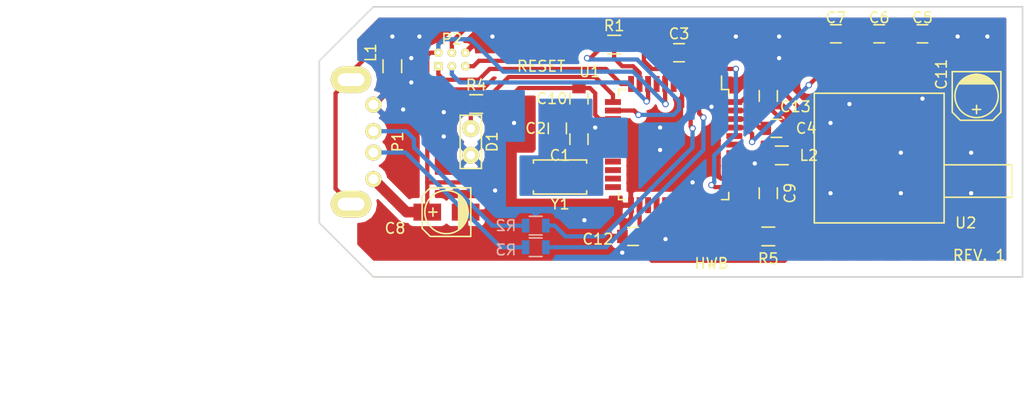
<source format=kicad_pcb>
(kicad_pcb (version 20171130) (host pcbnew 5.0.2-bee76a0~70~ubuntu18.04.1)

  (general
    (thickness 1.6)
    (drawings 11)
    (tracks 260)
    (zones 0)
    (modules 57)
    (nets 41)
  )

  (page A4)
  (layers
    (0 F.Cu signal)
    (31 B.Cu signal)
    (32 B.Adhes user)
    (33 F.Adhes user)
    (34 B.Paste user)
    (35 F.Paste user)
    (36 B.SilkS user)
    (37 F.SilkS user)
    (38 B.Mask user)
    (39 F.Mask user)
    (40 Dwgs.User user)
    (41 Cmts.User user)
    (42 Eco1.User user)
    (43 Eco2.User user)
    (44 Edge.Cuts user)
    (45 Margin user)
    (46 B.CrtYd user)
    (47 F.CrtYd user)
    (48 B.Fab user)
    (49 F.Fab user)
  )

  (setup
    (last_trace_width 0.4)
    (user_trace_width 0.25)
    (user_trace_width 0.4)
    (user_trace_width 1)
    (trace_clearance 0.2)
    (zone_clearance 0.508)
    (zone_45_only yes)
    (trace_min 0.2)
    (segment_width 0.2)
    (edge_width 0.15)
    (via_size 0.6)
    (via_drill 0.4)
    (via_min_size 0.4)
    (via_min_drill 0.3)
    (uvia_size 0.3)
    (uvia_drill 0.1)
    (uvias_allowed no)
    (uvia_min_size 0.2)
    (uvia_min_drill 0.1)
    (pcb_text_width 0.3)
    (pcb_text_size 1.5 1.5)
    (mod_edge_width 0.15)
    (mod_text_size 1 1)
    (mod_text_width 0.15)
    (pad_size 0.6 0.6)
    (pad_drill 0.4)
    (pad_to_mask_clearance 0.2)
    (solder_mask_min_width 0.25)
    (aux_axis_origin 0 0)
    (visible_elements FFFEFF7F)
    (pcbplotparams
      (layerselection 0x010f0_80000001)
      (usegerberextensions true)
      (usegerberattributes false)
      (usegerberadvancedattributes false)
      (creategerberjobfile false)
      (excludeedgelayer true)
      (linewidth 0.100000)
      (plotframeref false)
      (viasonmask false)
      (mode 1)
      (useauxorigin false)
      (hpglpennumber 1)
      (hpglpenspeed 20)
      (hpglpendiameter 15.000000)
      (psnegative false)
      (psa4output false)
      (plotreference true)
      (plotvalue true)
      (plotinvisibletext false)
      (padsonsilk false)
      (subtractmaskfromsilk true)
      (outputformat 1)
      (mirror false)
      (drillshape 0)
      (scaleselection 1)
      (outputdirectory "gerbers/"))
  )

  (net 0 "")
  (net 1 "Net-(C1-Pad1)")
  (net 2 GND)
  (net 3 "Net-(C2-Pad1)")
  (net 4 "Net-(C3-Pad1)")
  (net 5 "Net-(C4-Pad1)")
  (net 6 +5VA)
  (net 7 +5V)
  (net 8 "Net-(D1-Pad2)")
  (net 9 "Net-(L1-Pad2)")
  (net 10 "Net-(P1-Pad3)")
  (net 11 "Net-(P1-Pad2)")
  (net 12 "Net-(R2-Pad2)")
  (net 13 "Net-(R3-Pad1)")
  (net 14 "Net-(R4-Pad2)")
  (net 15 "Net-(U1-Pad1)")
  (net 16 "Net-(U1-Pad8)")
  (net 17 "Net-(U1-Pad18)")
  (net 18 "Net-(U1-Pad19)")
  (net 19 "Net-(U1-Pad20)")
  (net 20 "Net-(U1-Pad21)")
  (net 21 "Net-(U1-Pad22)")
  (net 22 "Net-(U1-Pad25)")
  (net 23 "Net-(U1-Pad26)")
  (net 24 "Net-(U1-Pad27)")
  (net 25 "Net-(U1-Pad28)")
  (net 26 "Net-(U1-Pad29)")
  (net 27 "Net-(U1-Pad30)")
  (net 28 "Net-(U1-Pad31)")
  (net 29 "Net-(U1-Pad32)")
  (net 30 "Net-(U1-Pad36)")
  (net 31 "Net-(U1-Pad37)")
  (net 32 "Net-(U1-Pad38)")
  (net 33 "Net-(U1-Pad39)")
  (net 34 "Net-(U1-Pad40)")
  (net 35 PRESSURE)
  (net 36 RESET)
  (net 37 HWB)
  (net 38 MISO)
  (net 39 SCK)
  (net 40 MOSI)

  (net_class Default "This is the default net class."
    (clearance 0.2)
    (trace_width 0.4)
    (via_dia 0.6)
    (via_drill 0.4)
    (uvia_dia 0.3)
    (uvia_drill 0.1)
    (add_net +5V)
    (add_net +5VA)
    (add_net GND)
    (add_net HWB)
    (add_net MISO)
    (add_net MOSI)
    (add_net "Net-(C1-Pad1)")
    (add_net "Net-(C2-Pad1)")
    (add_net "Net-(C3-Pad1)")
    (add_net "Net-(C4-Pad1)")
    (add_net "Net-(D1-Pad2)")
    (add_net "Net-(L1-Pad2)")
    (add_net "Net-(P1-Pad2)")
    (add_net "Net-(P1-Pad3)")
    (add_net "Net-(R2-Pad2)")
    (add_net "Net-(R3-Pad1)")
    (add_net "Net-(R4-Pad2)")
    (add_net "Net-(U1-Pad1)")
    (add_net "Net-(U1-Pad18)")
    (add_net "Net-(U1-Pad19)")
    (add_net "Net-(U1-Pad20)")
    (add_net "Net-(U1-Pad21)")
    (add_net "Net-(U1-Pad22)")
    (add_net "Net-(U1-Pad25)")
    (add_net "Net-(U1-Pad26)")
    (add_net "Net-(U1-Pad27)")
    (add_net "Net-(U1-Pad28)")
    (add_net "Net-(U1-Pad29)")
    (add_net "Net-(U1-Pad30)")
    (add_net "Net-(U1-Pad31)")
    (add_net "Net-(U1-Pad32)")
    (add_net "Net-(U1-Pad36)")
    (add_net "Net-(U1-Pad37)")
    (add_net "Net-(U1-Pad38)")
    (add_net "Net-(U1-Pad39)")
    (add_net "Net-(U1-Pad40)")
    (add_net "Net-(U1-Pad8)")
    (add_net PRESSURE)
    (add_net RESET)
    (add_net SCK)
  )

  (module Housings_QFP:TQFP-44_10x10mm_Pitch0.8mm (layer F.Cu) (tedit 5B0EE715) (tstamp 5B0B26F6)
    (at 152.146 84.074 270)
    (descr "44-Lead Plastic Thin Quad Flatpack (PT) - 10x10x1.0 mm Body [TQFP] (see Microchip Packaging Specification 00000049BS.pdf)")
    (tags "QFP 0.8")
    (path /5B0A72C8)
    (attr smd)
    (fp_text reference U1 (at -6.858 7.874) (layer F.SilkS)
      (effects (font (size 1 1) (thickness 0.15)))
    )
    (fp_text value ATMEGA16U4-A (at 0 7.45 270) (layer F.Fab)
      (effects (font (size 1 1) (thickness 0.15)))
    )
    (fp_line (start -6.7 -6.7) (end -6.7 6.7) (layer F.CrtYd) (width 0.05))
    (fp_line (start 6.7 -6.7) (end 6.7 6.7) (layer F.CrtYd) (width 0.05))
    (fp_line (start -6.7 -6.7) (end 6.7 -6.7) (layer F.CrtYd) (width 0.05))
    (fp_line (start -6.7 6.7) (end 6.7 6.7) (layer F.CrtYd) (width 0.05))
    (fp_line (start -5.175 -5.175) (end -5.175 -4.5) (layer F.SilkS) (width 0.15))
    (fp_line (start 5.175 -5.175) (end 5.175 -4.5) (layer F.SilkS) (width 0.15))
    (fp_line (start 5.175 5.175) (end 5.175 4.5) (layer F.SilkS) (width 0.15))
    (fp_line (start -5.175 5.175) (end -5.175 4.5) (layer F.SilkS) (width 0.15))
    (fp_line (start -5.175 -5.175) (end -4.5 -5.175) (layer F.SilkS) (width 0.15))
    (fp_line (start -5.175 5.175) (end -4.5 5.175) (layer F.SilkS) (width 0.15))
    (fp_line (start 5.175 5.175) (end 4.5 5.175) (layer F.SilkS) (width 0.15))
    (fp_line (start 5.175 -5.175) (end 4.5 -5.175) (layer F.SilkS) (width 0.15))
    (fp_line (start -5.175 -4.5) (end -6.45 -4.5) (layer F.SilkS) (width 0.15))
    (pad 1 smd rect (at -5.7 -4 270) (size 1.5 0.55) (layers F.Cu F.Paste F.Mask)
      (net 15 "Net-(U1-Pad1)"))
    (pad 2 smd rect (at -5.7 -3.2 270) (size 1.5 0.55) (layers F.Cu F.Paste F.Mask)
      (net 7 +5V))
    (pad 3 smd rect (at -5.7 -2.4 270) (size 1.5 0.55) (layers F.Cu F.Paste F.Mask)
      (net 13 "Net-(R3-Pad1)"))
    (pad 4 smd rect (at -5.7 -1.6 270) (size 1.5 0.55) (layers F.Cu F.Paste F.Mask)
      (net 12 "Net-(R2-Pad2)"))
    (pad 5 smd rect (at -5.7 -0.8 270) (size 1.5 0.55) (layers F.Cu F.Paste F.Mask)
      (net 2 GND))
    (pad 6 smd rect (at -5.7 0 270) (size 1.5 0.55) (layers F.Cu F.Paste F.Mask)
      (net 4 "Net-(C3-Pad1)"))
    (pad 7 smd rect (at -5.7 0.8 270) (size 1.5 0.55) (layers F.Cu F.Paste F.Mask)
      (net 7 +5V))
    (pad 8 smd rect (at -5.7 1.6 270) (size 1.5 0.55) (layers F.Cu F.Paste F.Mask)
      (net 16 "Net-(U1-Pad8)"))
    (pad 9 smd rect (at -5.7 2.4 270) (size 1.5 0.55) (layers F.Cu F.Paste F.Mask)
      (net 39 SCK))
    (pad 10 smd rect (at -5.7 3.2 270) (size 1.5 0.55) (layers F.Cu F.Paste F.Mask)
      (net 40 MOSI))
    (pad 11 smd rect (at -5.7 4 270) (size 1.5 0.55) (layers F.Cu F.Paste F.Mask)
      (net 38 MISO))
    (pad 12 smd rect (at -4 5.7) (size 1.5 0.55) (layers F.Cu F.Paste F.Mask)
      (net 14 "Net-(R4-Pad2)"))
    (pad 13 smd rect (at -3.2 5.7) (size 1.5 0.55) (layers F.Cu F.Paste F.Mask)
      (net 36 RESET))
    (pad 14 smd rect (at -2.4 5.7) (size 1.5 0.55) (layers F.Cu F.Paste F.Mask)
      (net 7 +5V))
    (pad 15 smd rect (at -1.6 5.7) (size 1.5 0.55) (layers F.Cu F.Paste F.Mask)
      (net 2 GND))
    (pad 16 smd rect (at -0.8 5.7) (size 1.5 0.55) (layers F.Cu F.Paste F.Mask)
      (net 3 "Net-(C2-Pad1)"))
    (pad 17 smd rect (at 0 5.7) (size 1.5 0.55) (layers F.Cu F.Paste F.Mask)
      (net 1 "Net-(C1-Pad1)"))
    (pad 18 smd rect (at 0.8 5.7) (size 1.5 0.55) (layers F.Cu F.Paste F.Mask)
      (net 17 "Net-(U1-Pad18)"))
    (pad 19 smd rect (at 1.6 5.7) (size 1.5 0.55) (layers F.Cu F.Paste F.Mask)
      (net 18 "Net-(U1-Pad19)"))
    (pad 20 smd rect (at 2.4 5.7) (size 1.5 0.55) (layers F.Cu F.Paste F.Mask)
      (net 19 "Net-(U1-Pad20)"))
    (pad 21 smd rect (at 3.2 5.7) (size 1.5 0.55) (layers F.Cu F.Paste F.Mask)
      (net 20 "Net-(U1-Pad21)"))
    (pad 22 smd rect (at 4 5.7) (size 1.5 0.55) (layers F.Cu F.Paste F.Mask)
      (net 21 "Net-(U1-Pad22)"))
    (pad 23 smd rect (at 5.7 4 270) (size 1.5 0.55) (layers F.Cu F.Paste F.Mask)
      (net 2 GND))
    (pad 24 smd rect (at 5.7 3.2 270) (size 1.5 0.55) (layers F.Cu F.Paste F.Mask)
      (net 6 +5VA))
    (pad 25 smd rect (at 5.7 2.4 270) (size 1.5 0.55) (layers F.Cu F.Paste F.Mask)
      (net 22 "Net-(U1-Pad25)"))
    (pad 26 smd rect (at 5.7 1.6 270) (size 1.5 0.55) (layers F.Cu F.Paste F.Mask)
      (net 23 "Net-(U1-Pad26)"))
    (pad 27 smd rect (at 5.7 0.8 270) (size 1.5 0.55) (layers F.Cu F.Paste F.Mask)
      (net 24 "Net-(U1-Pad27)"))
    (pad 28 smd rect (at 5.7 0 270) (size 1.5 0.55) (layers F.Cu F.Paste F.Mask)
      (net 25 "Net-(U1-Pad28)"))
    (pad 29 smd rect (at 5.7 -0.8 270) (size 1.5 0.55) (layers F.Cu F.Paste F.Mask)
      (net 26 "Net-(U1-Pad29)"))
    (pad 30 smd rect (at 5.7 -1.6 270) (size 1.5 0.55) (layers F.Cu F.Paste F.Mask)
      (net 27 "Net-(U1-Pad30)"))
    (pad 31 smd rect (at 5.7 -2.4 270) (size 1.5 0.55) (layers F.Cu F.Paste F.Mask)
      (net 28 "Net-(U1-Pad31)"))
    (pad 32 smd rect (at 5.7 -3.2 270) (size 1.5 0.55) (layers F.Cu F.Paste F.Mask)
      (net 29 "Net-(U1-Pad32)"))
    (pad 33 smd rect (at 5.7 -4 270) (size 1.5 0.55) (layers F.Cu F.Paste F.Mask)
      (net 37 HWB))
    (pad 34 smd rect (at 4 -5.7) (size 1.5 0.55) (layers F.Cu F.Paste F.Mask)
      (net 7 +5V))
    (pad 35 smd rect (at 3.2 -5.7) (size 1.5 0.55) (layers F.Cu F.Paste F.Mask)
      (net 2 GND))
    (pad 36 smd rect (at 2.4 -5.7) (size 1.5 0.55) (layers F.Cu F.Paste F.Mask)
      (net 30 "Net-(U1-Pad36)"))
    (pad 37 smd rect (at 1.6 -5.7) (size 1.5 0.55) (layers F.Cu F.Paste F.Mask)
      (net 31 "Net-(U1-Pad37)"))
    (pad 38 smd rect (at 0.8 -5.7) (size 1.5 0.55) (layers F.Cu F.Paste F.Mask)
      (net 32 "Net-(U1-Pad38)"))
    (pad 39 smd rect (at 0 -5.7) (size 1.5 0.55) (layers F.Cu F.Paste F.Mask)
      (net 33 "Net-(U1-Pad39)"))
    (pad 40 smd rect (at -0.8 -5.7) (size 1.5 0.55) (layers F.Cu F.Paste F.Mask)
      (net 34 "Net-(U1-Pad40)"))
    (pad 41 smd rect (at -1.6 -5.7) (size 1.5 0.55) (layers F.Cu F.Paste F.Mask)
      (net 35 PRESSURE))
    (pad 42 smd rect (at -2.4 -5.7) (size 1.5 0.55) (layers F.Cu F.Paste F.Mask)
      (net 5 "Net-(C4-Pad1)"))
    (pad 43 smd rect (at -3.2 -5.7) (size 1.5 0.55) (layers F.Cu F.Paste F.Mask)
      (net 2 GND))
    (pad 44 smd rect (at -4 -5.7) (size 1.5 0.55) (layers F.Cu F.Paste F.Mask)
      (net 6 +5VA))
    (model Housings_QFP.3dshapes/TQFP-44_10x10mm_Pitch0.8mm.wrl
      (at (xyz 0 0 0))
      (scale (xyz 1 1 1))
      (rotate (xyz 0 0 0))
    )
  )

  (module Capacitors_SMD:c_elec_4x5.3 (layer F.Cu) (tedit 5B0EE6CB) (tstamp 5B0B265E)
    (at 180.594 79.502 270)
    (descr "SMT capacitor, aluminium electrolytic, 4x5.3")
    (path /5B0A7BF4)
    (attr smd)
    (fp_text reference C11 (at -2.032 3.302 270) (layer F.SilkS)
      (effects (font (size 1 1) (thickness 0.15)))
    )
    (fp_text value 10u/16V (at 0 3.175 270) (layer F.Fab)
      (effects (font (size 1 1) (thickness 0.15)))
    )
    (fp_line (start -3.35 -2.65) (end 3.35 -2.65) (layer F.CrtYd) (width 0.05))
    (fp_line (start 3.35 -2.65) (end 3.35 2.65) (layer F.CrtYd) (width 0.05))
    (fp_line (start 3.35 2.65) (end -3.35 2.65) (layer F.CrtYd) (width 0.05))
    (fp_line (start -3.35 2.65) (end -3.35 -2.65) (layer F.CrtYd) (width 0.05))
    (fp_line (start 1.651 0) (end 0.889 0) (layer F.SilkS) (width 0.15))
    (fp_line (start 1.27 -0.381) (end 1.27 0.381) (layer F.SilkS) (width 0.15))
    (fp_line (start 1.524 2.286) (end -2.286 2.286) (layer F.SilkS) (width 0.15))
    (fp_line (start 2.286 -1.524) (end 2.286 1.524) (layer F.SilkS) (width 0.15))
    (fp_line (start 1.524 2.286) (end 2.286 1.524) (layer F.SilkS) (width 0.15))
    (fp_line (start 1.524 -2.286) (end -2.286 -2.286) (layer F.SilkS) (width 0.15))
    (fp_line (start 1.524 -2.286) (end 2.286 -1.524) (layer F.SilkS) (width 0.15))
    (fp_line (start -2.032 0.127) (end -2.032 -0.127) (layer F.SilkS) (width 0.15))
    (fp_line (start -1.905 -0.635) (end -1.905 0.635) (layer F.SilkS) (width 0.15))
    (fp_line (start -1.778 0.889) (end -1.778 -0.889) (layer F.SilkS) (width 0.15))
    (fp_line (start -1.651 1.143) (end -1.651 -1.143) (layer F.SilkS) (width 0.15))
    (fp_line (start -1.524 -1.27) (end -1.524 1.27) (layer F.SilkS) (width 0.15))
    (fp_line (start -1.397 1.397) (end -1.397 -1.397) (layer F.SilkS) (width 0.15))
    (fp_line (start -1.27 -1.524) (end -1.27 1.524) (layer F.SilkS) (width 0.15))
    (fp_line (start -1.143 -1.651) (end -1.143 1.651) (layer F.SilkS) (width 0.15))
    (fp_line (start -2.286 -2.286) (end -2.286 2.286) (layer F.SilkS) (width 0.15))
    (fp_circle (center 0 0) (end -2.032 0) (layer F.SilkS) (width 0.15))
    (pad 1 smd rect (at 1.80086 0 270) (size 2.60096 1.6002) (layers F.Cu F.Paste F.Mask)
      (net 6 +5VA))
    (pad 2 smd rect (at -1.80086 0 270) (size 2.60096 1.6002) (layers F.Cu F.Paste F.Mask)
      (net 2 GND))
    (model Capacitors_SMD.3dshapes/c_elec_4x5.3.wrl
      (at (xyz 0 0 0))
      (scale (xyz 1 1 1))
      (rotate (xyz 0 0 0))
    )
  )

  (module Capacitors_SMD:c_elec_4x5.3 (layer F.Cu) (tedit 5B0EE632) (tstamp 5B0B264C)
    (at 130.81 90.424 180)
    (descr "SMT capacitor, aluminium electrolytic, 4x5.3")
    (path /5B0A7B6D)
    (attr smd)
    (fp_text reference C8 (at 4.826 -1.524 180) (layer F.SilkS)
      (effects (font (size 1 1) (thickness 0.15)))
    )
    (fp_text value 10u/16V (at 0 3.175 180) (layer F.Fab)
      (effects (font (size 1 1) (thickness 0.15)))
    )
    (fp_line (start -3.35 -2.65) (end 3.35 -2.65) (layer F.CrtYd) (width 0.05))
    (fp_line (start 3.35 -2.65) (end 3.35 2.65) (layer F.CrtYd) (width 0.05))
    (fp_line (start 3.35 2.65) (end -3.35 2.65) (layer F.CrtYd) (width 0.05))
    (fp_line (start -3.35 2.65) (end -3.35 -2.65) (layer F.CrtYd) (width 0.05))
    (fp_line (start 1.651 0) (end 0.889 0) (layer F.SilkS) (width 0.15))
    (fp_line (start 1.27 -0.381) (end 1.27 0.381) (layer F.SilkS) (width 0.15))
    (fp_line (start 1.524 2.286) (end -2.286 2.286) (layer F.SilkS) (width 0.15))
    (fp_line (start 2.286 -1.524) (end 2.286 1.524) (layer F.SilkS) (width 0.15))
    (fp_line (start 1.524 2.286) (end 2.286 1.524) (layer F.SilkS) (width 0.15))
    (fp_line (start 1.524 -2.286) (end -2.286 -2.286) (layer F.SilkS) (width 0.15))
    (fp_line (start 1.524 -2.286) (end 2.286 -1.524) (layer F.SilkS) (width 0.15))
    (fp_line (start -2.032 0.127) (end -2.032 -0.127) (layer F.SilkS) (width 0.15))
    (fp_line (start -1.905 -0.635) (end -1.905 0.635) (layer F.SilkS) (width 0.15))
    (fp_line (start -1.778 0.889) (end -1.778 -0.889) (layer F.SilkS) (width 0.15))
    (fp_line (start -1.651 1.143) (end -1.651 -1.143) (layer F.SilkS) (width 0.15))
    (fp_line (start -1.524 -1.27) (end -1.524 1.27) (layer F.SilkS) (width 0.15))
    (fp_line (start -1.397 1.397) (end -1.397 -1.397) (layer F.SilkS) (width 0.15))
    (fp_line (start -1.27 -1.524) (end -1.27 1.524) (layer F.SilkS) (width 0.15))
    (fp_line (start -1.143 -1.651) (end -1.143 1.651) (layer F.SilkS) (width 0.15))
    (fp_line (start -2.286 -2.286) (end -2.286 2.286) (layer F.SilkS) (width 0.15))
    (fp_circle (center 0 0) (end -2.032 0) (layer F.SilkS) (width 0.15))
    (pad 1 smd rect (at 1.80086 0 180) (size 2.60096 1.6002) (layers F.Cu F.Paste F.Mask)
      (net 7 +5V))
    (pad 2 smd rect (at -1.80086 0 180) (size 2.60096 1.6002) (layers F.Cu F.Paste F.Mask)
      (net 2 GND))
    (model Capacitors_SMD.3dshapes/c_elec_4x5.3.wrl
      (at (xyz 0 0 0))
      (scale (xyz 1 1 1))
      (rotate (xyz 0 0 0))
    )
  )

  (module breath-controller:LED_2X5 (layer F.Cu) (tedit 5B0AEC35) (tstamp 5B0B2674)
    (at 133.096 83.82 90)
    (path /5B0A8EE3)
    (fp_text reference D1 (at 0 2 90) (layer F.SilkS)
      (effects (font (size 1 1) (thickness 0.15)))
    )
    (fp_text value LED (at -0.25 -2 90) (layer F.Fab)
      (effects (font (size 1 1) (thickness 0.15)))
    )
    (fp_line (start -2.5 -1) (end 2.5 -1) (layer F.SilkS) (width 0.15))
    (fp_line (start 2.5 -1) (end 2.5 1) (layer F.SilkS) (width 0.15))
    (fp_line (start 2.5 1) (end -2.5 1) (layer F.SilkS) (width 0.15))
    (fp_line (start -2.5 1) (end -2.5 -1) (layer F.SilkS) (width 0.15))
    (pad 1 thru_hole circle (at -1.25 0 90) (size 1.6 1.6) (drill 0.8) (layers *.Cu *.Mask F.SilkS)
      (net 2 GND))
    (pad 2 thru_hole circle (at 1.25 0 90) (size 1.6 1.6) (drill 0.8) (layers *.Cu *.Mask F.SilkS)
      (net 8 "Net-(D1-Pad2)"))
  )

  (module breath-controller:JUMPER_PADS (layer F.Cu) (tedit 5CF01914) (tstamp 5B0B267A)
    (at 139.446 74.168 180)
    (path /5B0ADBB6)
    (fp_text reference JP1 (at 0 -2.032 180) (layer F.SilkS) hide
      (effects (font (size 1 1) (thickness 0.15)))
    )
    (fp_text value Jumper_NO_Small (at 0.254 -2.286 180) (layer F.Fab)
      (effects (font (size 1 1) (thickness 0.15)))
    )
    (pad 1 smd rect (at -1.778 0 180) (size 2.54 2.54) (layers F.Cu F.Paste F.Mask)
      (net 36 RESET))
    (pad 2 smd rect (at 1.778 0 180) (size 2.54 2.54) (layers F.Cu F.Paste F.Mask)
      (net 2 GND))
  )

  (module breath-controller:JUMPER_PADS (layer F.Cu) (tedit 5CF01941) (tstamp 5B0B2680)
    (at 155.702 92.964 180)
    (path /5B0ADC49)
    (fp_text reference JP2 (at 0 -2.286 180) (layer F.SilkS) hide
      (effects (font (size 1 1) (thickness 0.15)))
    )
    (fp_text value Jumper_NO_Small (at 0.254 -2.286 180) (layer F.Fab)
      (effects (font (size 1 1) (thickness 0.15)))
    )
    (pad 1 smd rect (at -1.778 0 180) (size 2.54 2.54) (layers F.Cu F.Paste F.Mask)
      (net 37 HWB))
    (pad 2 smd rect (at 1.778 0 180) (size 2.54 2.54) (layers F.Cu F.Paste F.Mask)
      (net 2 GND))
  )

  (module breath-controller:USB_A_4UCON_10016 (layer F.Cu) (tedit 5B0EE62C) (tstamp 5B0B269E)
    (at 123.952 83.82 90)
    (path /5B0A988A)
    (fp_text reference P1 (at 0 2.286 90) (layer F.SilkS)
      (effects (font (size 1 1) (thickness 0.15)))
    )
    (fp_text value USB_A (at -0.3 -21.2 90) (layer F.Fab)
      (effects (font (size 1 1) (thickness 0.15)))
    )
    (fp_line (start -5.85 -5.1) (end 5.85 -5.1) (layer F.Fab) (width 0.15))
    (fp_line (start 0 -1.1) (end 5.85 -1.1) (layer F.Fab) (width 0.15))
    (fp_line (start 5.85 -1.1) (end 5.85 -19.9) (layer F.Fab) (width 0.15))
    (fp_line (start 5.85 -19.9) (end -5.85 -19.9) (layer F.Fab) (width 0.15))
    (fp_line (start -5.85 -19.9) (end -5.85 -1.1) (layer F.Fab) (width 0.15))
    (fp_line (start -5.85 -1.1) (end 0 -1.1) (layer F.Fab) (width 0.15))
    (pad 1 thru_hole circle (at -3.5 0 90) (size 1.52 1.52) (drill 0.92) (layers *.Cu *.Mask F.SilkS)
      (net 7 +5V))
    (pad 4 thru_hole circle (at 3.5 0 90) (size 1.52 1.52) (drill 0.92) (layers *.Cu *.Mask F.SilkS)
      (net 2 GND))
    (pad 3 thru_hole circle (at 1 0 90) (size 1.52 1.52) (drill 0.92) (layers *.Cu *.Mask F.SilkS)
      (net 10 "Net-(P1-Pad3)"))
    (pad 2 thru_hole circle (at -1 0 90) (size 1.52 1.52) (drill 0.92) (layers *.Cu *.Mask F.SilkS)
      (net 11 "Net-(P1-Pad2)"))
    (pad 5 thru_hole oval (at -5.85 -2.1 90) (size 2.5 3.8) (drill oval 1.2 2.5) (layers *.Cu *.Mask F.SilkS)
      (net 9 "Net-(L1-Pad2)"))
    (pad 5 thru_hole oval (at 5.85 -2.1 90) (size 2.5 3.8) (drill oval 1.2 2.5) (layers *.Cu *.Mask F.SilkS)
      (net 9 "Net-(L1-Pad2)"))
    (pad "" np_thru_hole circle (at 2.25 -2.1 90) (size 1.1 1.1) (drill 1.1) (layers *.Cu *.Mask F.SilkS)
      (zone_connect 0))
    (pad "" np_thru_hole circle (at -2.25 -2.1 90) (size 1.1 1.1) (drill 1.1) (layers *.Cu *.Mask F.SilkS)
      (zone_connect 0))
  )

  (module breath-controller:POGO_AVR_ISP6 (layer F.Cu) (tedit 5B0EE65B) (tstamp 5B0B26A8)
    (at 130.048 76.708 90)
    (path /5B0AB899)
    (fp_text reference P2 (at 2.54 1.27 180) (layer F.SilkS)
      (effects (font (size 1 1) (thickness 0.15)))
    )
    (fp_text value CONN_02X03 (at 1.27 -1.27 90) (layer F.Fab)
      (effects (font (size 1 1) (thickness 0.15)))
    )
    (pad 1 thru_hole rect (at 0 0 90) (size 0.8 0.8) (drill 0.35) (layers *.Cu *.Mask F.SilkS)
      (net 38 MISO))
    (pad 2 thru_hole circle (at 1.27 0 90) (size 0.8 0.8) (drill 0.35) (layers *.Cu *.Mask F.SilkS)
      (net 7 +5V))
    (pad 3 thru_hole circle (at 0 1.27 90) (size 0.8 0.8) (drill 0.35) (layers *.Cu *.Mask F.SilkS)
      (net 39 SCK))
    (pad 4 thru_hole circle (at 1.27 1.27 90) (size 0.8 0.8) (drill 0.35) (layers *.Cu *.Mask F.SilkS)
      (net 40 MOSI))
    (pad 5 thru_hole circle (at 0 2.54 90) (size 0.8 0.8) (drill 0.35) (layers *.Cu *.Mask F.SilkS)
      (net 36 RESET))
    (pad 6 thru_hole circle (at 1.27 2.54 90) (size 0.8 0.8) (drill 0.35) (layers *.Cu *.Mask F.SilkS)
      (net 2 GND))
  )

  (module breath-controller:CRYSTAL_5032_2PIN (layer F.Cu) (tedit 5B0EE72F) (tstamp 5B0B2716)
    (at 141.478 87.122 180)
    (path /5B0A7715)
    (fp_text reference Y1 (at 0 -2.54 180) (layer F.SilkS)
      (effects (font (size 1 1) (thickness 0.15)))
    )
    (fp_text value 8M (at -0.5 -2.5 180) (layer F.Fab)
      (effects (font (size 1 1) (thickness 0.15)))
    )
    (fp_line (start -2.5 1.6) (end -2.5 1.3) (layer F.SilkS) (width 0.15))
    (fp_line (start -2.5 1.6) (end 2.5 1.6) (layer F.SilkS) (width 0.15))
    (fp_line (start 2.5 1.6) (end 2.5 1.3) (layer F.SilkS) (width 0.15))
    (fp_line (start -2.5 -1.6) (end -2.5 -1.3) (layer F.SilkS) (width 0.15))
    (fp_line (start -2.5 -1.6) (end 2.5 -1.6) (layer F.SilkS) (width 0.15))
    (fp_line (start 2.5 -1.6) (end 2.5 -1.4) (layer F.SilkS) (width 0.15))
    (fp_line (start 2.5 -1.4) (end 2.5 -1.3) (layer F.SilkS) (width 0.15))
    (pad 2 smd rect (at 1.85 0 180) (size 2.4 2) (layers F.Cu F.Paste F.Mask)
      (net 3 "Net-(C2-Pad1)"))
    (pad 1 smd rect (at -1.85 0 180) (size 2.4 2) (layers F.Cu F.Paste F.Mask)
      (net 1 "Net-(C1-Pad1)"))
  )

  (module breath-controller:MPXV4006GP (layer F.Cu) (tedit 5B0EE799) (tstamp 5B0AF7C0)
    (at 171.45 85.344 270)
    (path /5B0AA630)
    (fp_text reference U2 (at 6.096 -8.128) (layer F.SilkS)
      (effects (font (size 1 1) (thickness 0.15)))
    )
    (fp_text value MPXV4006 (at 0.254 -1.27 270) (layer F.Fab)
      (effects (font (size 1 1) (thickness 0.15)))
    )
    (fp_line (start 3.683 -6.096) (end 3.683 -12.446) (layer F.SilkS) (width 0.15))
    (fp_line (start 3.683 -12.446) (end 0.635 -12.446) (layer F.SilkS) (width 0.15))
    (fp_line (start 0.635 -12.446) (end 0.635 -6.096) (layer F.SilkS) (width 0.15))
    (fp_line (start -6.096 -6.096) (end 6.096 -6.096) (layer F.SilkS) (width 0.15))
    (fp_line (start 6.096 -6.096) (end 6.096 6.096) (layer F.SilkS) (width 0.15))
    (fp_line (start -6.096 6.096) (end 6.096 6.096) (layer F.SilkS) (width 0.15))
    (fp_line (start -6.096 -6.096) (end -6.096 6.096) (layer F.SilkS) (width 0.15))
    (pad 4 smd rect (at -8.382 3.81 270) (size 2.54 1.524) (layers F.Cu F.Paste F.Mask)
      (net 35 PRESSURE))
    (pad 3 smd rect (at -8.382 1.27 270) (size 2.54 1.524) (layers F.Cu F.Paste F.Mask)
      (net 2 GND))
    (pad 2 smd rect (at -8.382 -1.27 270) (size 2.54 1.524) (layers F.Cu F.Paste F.Mask)
      (net 6 +5VA))
    (pad 1 smd rect (at -8.382 -3.81 270) (size 2.54 1.524) (layers F.Cu F.Paste F.Mask))
    (pad 5 smd rect (at 8.382 3.81 270) (size 2.54 1.524) (layers F.Cu F.Paste F.Mask))
    (pad 6 smd rect (at 8.382 1.27 270) (size 2.54 1.524) (layers F.Cu F.Paste F.Mask))
    (pad 7 smd rect (at 8.382 -1.27 270) (size 2.54 1.524) (layers F.Cu F.Paste F.Mask))
    (pad 8 smd rect (at 8.382 -3.81 270) (size 2.54 1.524) (layers F.Cu F.Paste F.Mask))
  )

  (module Capacitors_SMD:C_0805 (layer F.Cu) (tedit 5B0EE736) (tstamp 5B0C199F)
    (at 143.256 83.566 90)
    (descr "Capacitor SMD 0805, reflow soldering, AVX (see smccp.pdf)")
    (tags "capacitor 0805")
    (path /5B0A77D5)
    (attr smd)
    (fp_text reference C1 (at -1.524 -1.778 180) (layer F.SilkS)
      (effects (font (size 1 1) (thickness 0.15)))
    )
    (fp_text value 22p (at 0 2.1 90) (layer F.Fab)
      (effects (font (size 1 1) (thickness 0.15)))
    )
    (fp_line (start -1.8 -1) (end 1.8 -1) (layer F.CrtYd) (width 0.05))
    (fp_line (start -1.8 1) (end 1.8 1) (layer F.CrtYd) (width 0.05))
    (fp_line (start -1.8 -1) (end -1.8 1) (layer F.CrtYd) (width 0.05))
    (fp_line (start 1.8 -1) (end 1.8 1) (layer F.CrtYd) (width 0.05))
    (fp_line (start 0.5 -0.85) (end -0.5 -0.85) (layer F.SilkS) (width 0.15))
    (fp_line (start -0.5 0.85) (end 0.5 0.85) (layer F.SilkS) (width 0.15))
    (pad 1 smd rect (at -1 0 90) (size 1 1.25) (layers F.Cu F.Paste F.Mask)
      (net 1 "Net-(C1-Pad1)"))
    (pad 2 smd rect (at 1 0 90) (size 1 1.25) (layers F.Cu F.Paste F.Mask)
      (net 2 GND))
    (model Capacitors_SMD.3dshapes/C_0805.wrl
      (at (xyz 0 0 0))
      (scale (xyz 1 1 1))
      (rotate (xyz 0 0 0))
    )
  )

  (module Capacitors_SMD:C_0805 (layer F.Cu) (tedit 5B0EE741) (tstamp 5B0C19A4)
    (at 141.224 82.55 90)
    (descr "Capacitor SMD 0805, reflow soldering, AVX (see smccp.pdf)")
    (tags "capacitor 0805")
    (path /5B0A7828)
    (attr smd)
    (fp_text reference C2 (at 0 -2.032 180) (layer F.SilkS)
      (effects (font (size 1 1) (thickness 0.15)))
    )
    (fp_text value 22p (at 0 2.1 90) (layer F.Fab)
      (effects (font (size 1 1) (thickness 0.15)))
    )
    (fp_line (start -1.8 -1) (end 1.8 -1) (layer F.CrtYd) (width 0.05))
    (fp_line (start -1.8 1) (end 1.8 1) (layer F.CrtYd) (width 0.05))
    (fp_line (start -1.8 -1) (end -1.8 1) (layer F.CrtYd) (width 0.05))
    (fp_line (start 1.8 -1) (end 1.8 1) (layer F.CrtYd) (width 0.05))
    (fp_line (start 0.5 -0.85) (end -0.5 -0.85) (layer F.SilkS) (width 0.15))
    (fp_line (start -0.5 0.85) (end 0.5 0.85) (layer F.SilkS) (width 0.15))
    (pad 1 smd rect (at -1 0 90) (size 1 1.25) (layers F.Cu F.Paste F.Mask)
      (net 3 "Net-(C2-Pad1)"))
    (pad 2 smd rect (at 1 0 90) (size 1 1.25) (layers F.Cu F.Paste F.Mask)
      (net 2 GND))
    (model Capacitors_SMD.3dshapes/C_0805.wrl
      (at (xyz 0 0 0))
      (scale (xyz 1 1 1))
      (rotate (xyz 0 0 0))
    )
  )

  (module Capacitors_SMD:C_0805 (layer F.Cu) (tedit 5B0EE78D) (tstamp 5B0C19A9)
    (at 152.654 75.438)
    (descr "Capacitor SMD 0805, reflow soldering, AVX (see smccp.pdf)")
    (tags "capacitor 0805")
    (path /5B0A88EC)
    (attr smd)
    (fp_text reference C3 (at 0 -1.778) (layer F.SilkS)
      (effects (font (size 1 1) (thickness 0.15)))
    )
    (fp_text value 1u (at 0 2.1) (layer F.Fab)
      (effects (font (size 1 1) (thickness 0.15)))
    )
    (fp_line (start -1.8 -1) (end 1.8 -1) (layer F.CrtYd) (width 0.05))
    (fp_line (start -1.8 1) (end 1.8 1) (layer F.CrtYd) (width 0.05))
    (fp_line (start -1.8 -1) (end -1.8 1) (layer F.CrtYd) (width 0.05))
    (fp_line (start 1.8 -1) (end 1.8 1) (layer F.CrtYd) (width 0.05))
    (fp_line (start 0.5 -0.85) (end -0.5 -0.85) (layer F.SilkS) (width 0.15))
    (fp_line (start -0.5 0.85) (end 0.5 0.85) (layer F.SilkS) (width 0.15))
    (pad 1 smd rect (at -1 0) (size 1 1.25) (layers F.Cu F.Paste F.Mask)
      (net 4 "Net-(C3-Pad1)"))
    (pad 2 smd rect (at 1 0) (size 1 1.25) (layers F.Cu F.Paste F.Mask)
      (net 2 GND))
    (model Capacitors_SMD.3dshapes/C_0805.wrl
      (at (xyz 0 0 0))
      (scale (xyz 1 1 1))
      (rotate (xyz 0 0 0))
    )
  )

  (module Capacitors_SMD:C_0805 (layer F.Cu) (tedit 5B0EE77A) (tstamp 5B0C19AE)
    (at 161.798 82.55)
    (descr "Capacitor SMD 0805, reflow soldering, AVX (see smccp.pdf)")
    (tags "capacitor 0805")
    (path /5B0A89CB)
    (attr smd)
    (fp_text reference C4 (at 2.794 0) (layer F.SilkS)
      (effects (font (size 1 1) (thickness 0.15)))
    )
    (fp_text value 100n (at 0 2.1) (layer F.Fab)
      (effects (font (size 1 1) (thickness 0.15)))
    )
    (fp_line (start -1.8 -1) (end 1.8 -1) (layer F.CrtYd) (width 0.05))
    (fp_line (start -1.8 1) (end 1.8 1) (layer F.CrtYd) (width 0.05))
    (fp_line (start -1.8 -1) (end -1.8 1) (layer F.CrtYd) (width 0.05))
    (fp_line (start 1.8 -1) (end 1.8 1) (layer F.CrtYd) (width 0.05))
    (fp_line (start 0.5 -0.85) (end -0.5 -0.85) (layer F.SilkS) (width 0.15))
    (fp_line (start -0.5 0.85) (end 0.5 0.85) (layer F.SilkS) (width 0.15))
    (pad 1 smd rect (at -1 0) (size 1 1.25) (layers F.Cu F.Paste F.Mask)
      (net 5 "Net-(C4-Pad1)"))
    (pad 2 smd rect (at 1 0) (size 1 1.25) (layers F.Cu F.Paste F.Mask)
      (net 2 GND))
    (model Capacitors_SMD.3dshapes/C_0805.wrl
      (at (xyz 0 0 0))
      (scale (xyz 1 1 1))
      (rotate (xyz 0 0 0))
    )
  )

  (module Capacitors_SMD:C_0805 (layer F.Cu) (tedit 5B0EE6E0) (tstamp 5B0C19B3)
    (at 175.514 73.66)
    (descr "Capacitor SMD 0805, reflow soldering, AVX (see smccp.pdf)")
    (tags "capacitor 0805")
    (path /5B0AA7EC)
    (attr smd)
    (fp_text reference C5 (at 0 -1.524) (layer F.SilkS)
      (effects (font (size 1 1) (thickness 0.15)))
    )
    (fp_text value 1u (at 0 2.1) (layer F.Fab)
      (effects (font (size 1 1) (thickness 0.15)))
    )
    (fp_line (start -1.8 -1) (end 1.8 -1) (layer F.CrtYd) (width 0.05))
    (fp_line (start -1.8 1) (end 1.8 1) (layer F.CrtYd) (width 0.05))
    (fp_line (start -1.8 -1) (end -1.8 1) (layer F.CrtYd) (width 0.05))
    (fp_line (start 1.8 -1) (end 1.8 1) (layer F.CrtYd) (width 0.05))
    (fp_line (start 0.5 -0.85) (end -0.5 -0.85) (layer F.SilkS) (width 0.15))
    (fp_line (start -0.5 0.85) (end 0.5 0.85) (layer F.SilkS) (width 0.15))
    (pad 1 smd rect (at -1 0) (size 1 1.25) (layers F.Cu F.Paste F.Mask)
      (net 6 +5VA))
    (pad 2 smd rect (at 1 0) (size 1 1.25) (layers F.Cu F.Paste F.Mask)
      (net 2 GND))
    (model Capacitors_SMD.3dshapes/C_0805.wrl
      (at (xyz 0 0 0))
      (scale (xyz 1 1 1))
      (rotate (xyz 0 0 0))
    )
  )

  (module Capacitors_SMD:C_0805 (layer F.Cu) (tedit 5B0EE6DD) (tstamp 5B0C19B8)
    (at 171.45 73.66 180)
    (descr "Capacitor SMD 0805, reflow soldering, AVX (see smccp.pdf)")
    (tags "capacitor 0805")
    (path /5B0AA77B)
    (attr smd)
    (fp_text reference C6 (at 0 1.524 180) (layer F.SilkS)
      (effects (font (size 1 1) (thickness 0.15)))
    )
    (fp_text value 10n (at 0 2.1 180) (layer F.Fab)
      (effects (font (size 1 1) (thickness 0.15)))
    )
    (fp_line (start -1.8 -1) (end 1.8 -1) (layer F.CrtYd) (width 0.05))
    (fp_line (start -1.8 1) (end 1.8 1) (layer F.CrtYd) (width 0.05))
    (fp_line (start -1.8 -1) (end -1.8 1) (layer F.CrtYd) (width 0.05))
    (fp_line (start 1.8 -1) (end 1.8 1) (layer F.CrtYd) (width 0.05))
    (fp_line (start 0.5 -0.85) (end -0.5 -0.85) (layer F.SilkS) (width 0.15))
    (fp_line (start -0.5 0.85) (end 0.5 0.85) (layer F.SilkS) (width 0.15))
    (pad 1 smd rect (at -1 0 180) (size 1 1.25) (layers F.Cu F.Paste F.Mask)
      (net 6 +5VA))
    (pad 2 smd rect (at 1 0 180) (size 1 1.25) (layers F.Cu F.Paste F.Mask)
      (net 2 GND))
    (model Capacitors_SMD.3dshapes/C_0805.wrl
      (at (xyz 0 0 0))
      (scale (xyz 1 1 1))
      (rotate (xyz 0 0 0))
    )
  )

  (module Capacitors_SMD:C_0805 (layer F.Cu) (tedit 5B0EE6D7) (tstamp 5B0C19BD)
    (at 167.386 73.66)
    (descr "Capacitor SMD 0805, reflow soldering, AVX (see smccp.pdf)")
    (tags "capacitor 0805")
    (path /5B0AA8A0)
    (attr smd)
    (fp_text reference C7 (at 0 -1.524) (layer F.SilkS)
      (effects (font (size 1 1) (thickness 0.15)))
    )
    (fp_text value 470p (at 0 2.1) (layer F.Fab)
      (effects (font (size 1 1) (thickness 0.15)))
    )
    (fp_line (start -1.8 -1) (end 1.8 -1) (layer F.CrtYd) (width 0.05))
    (fp_line (start -1.8 1) (end 1.8 1) (layer F.CrtYd) (width 0.05))
    (fp_line (start -1.8 -1) (end -1.8 1) (layer F.CrtYd) (width 0.05))
    (fp_line (start 1.8 -1) (end 1.8 1) (layer F.CrtYd) (width 0.05))
    (fp_line (start 0.5 -0.85) (end -0.5 -0.85) (layer F.SilkS) (width 0.15))
    (fp_line (start -0.5 0.85) (end 0.5 0.85) (layer F.SilkS) (width 0.15))
    (pad 1 smd rect (at -1 0) (size 1 1.25) (layers F.Cu F.Paste F.Mask)
      (net 35 PRESSURE))
    (pad 2 smd rect (at 1 0) (size 1 1.25) (layers F.Cu F.Paste F.Mask)
      (net 2 GND))
    (model Capacitors_SMD.3dshapes/C_0805.wrl
      (at (xyz 0 0 0))
      (scale (xyz 1 1 1))
      (rotate (xyz 0 0 0))
    )
  )

  (module Capacitors_SMD:C_0805 (layer F.Cu) (tedit 5B0EE723) (tstamp 5B0C19C2)
    (at 161.036 88.646 90)
    (descr "Capacitor SMD 0805, reflow soldering, AVX (see smccp.pdf)")
    (tags "capacitor 0805")
    (path /5B0A7A4B)
    (attr smd)
    (fp_text reference C9 (at 0 2.032 90) (layer F.SilkS)
      (effects (font (size 1 1) (thickness 0.15)))
    )
    (fp_text value 100n (at 0 2.1 90) (layer F.Fab)
      (effects (font (size 1 1) (thickness 0.15)))
    )
    (fp_line (start -1.8 -1) (end 1.8 -1) (layer F.CrtYd) (width 0.05))
    (fp_line (start -1.8 1) (end 1.8 1) (layer F.CrtYd) (width 0.05))
    (fp_line (start -1.8 -1) (end -1.8 1) (layer F.CrtYd) (width 0.05))
    (fp_line (start 1.8 -1) (end 1.8 1) (layer F.CrtYd) (width 0.05))
    (fp_line (start 0.5 -0.85) (end -0.5 -0.85) (layer F.SilkS) (width 0.15))
    (fp_line (start -0.5 0.85) (end 0.5 0.85) (layer F.SilkS) (width 0.15))
    (pad 1 smd rect (at -1 0 90) (size 1 1.25) (layers F.Cu F.Paste F.Mask)
      (net 7 +5V))
    (pad 2 smd rect (at 1 0 90) (size 1 1.25) (layers F.Cu F.Paste F.Mask)
      (net 2 GND))
    (model Capacitors_SMD.3dshapes/C_0805.wrl
      (at (xyz 0 0 0))
      (scale (xyz 1 1 1))
      (rotate (xyz 0 0 0))
    )
  )

  (module Capacitors_SMD:C_0805 (layer F.Cu) (tedit 5B0EE746) (tstamp 5B0C19C7)
    (at 143.256 79.756 270)
    (descr "Capacitor SMD 0805, reflow soldering, AVX (see smccp.pdf)")
    (tags "capacitor 0805")
    (path /5B0A7AA2)
    (attr smd)
    (fp_text reference C10 (at 0 2.54) (layer F.SilkS)
      (effects (font (size 1 1) (thickness 0.15)))
    )
    (fp_text value 100n (at 0 2.1 270) (layer F.Fab)
      (effects (font (size 1 1) (thickness 0.15)))
    )
    (fp_line (start -1.8 -1) (end 1.8 -1) (layer F.CrtYd) (width 0.05))
    (fp_line (start -1.8 1) (end 1.8 1) (layer F.CrtYd) (width 0.05))
    (fp_line (start -1.8 -1) (end -1.8 1) (layer F.CrtYd) (width 0.05))
    (fp_line (start 1.8 -1) (end 1.8 1) (layer F.CrtYd) (width 0.05))
    (fp_line (start 0.5 -0.85) (end -0.5 -0.85) (layer F.SilkS) (width 0.15))
    (fp_line (start -0.5 0.85) (end 0.5 0.85) (layer F.SilkS) (width 0.15))
    (pad 1 smd rect (at -1 0 270) (size 1 1.25) (layers F.Cu F.Paste F.Mask)
      (net 7 +5V))
    (pad 2 smd rect (at 1 0 270) (size 1 1.25) (layers F.Cu F.Paste F.Mask)
      (net 2 GND))
    (model Capacitors_SMD.3dshapes/C_0805.wrl
      (at (xyz 0 0 0))
      (scale (xyz 1 1 1))
      (rotate (xyz 0 0 0))
    )
  )

  (module Capacitors_SMD:C_0805 (layer F.Cu) (tedit 5B0EE6B4) (tstamp 5B0C19CC)
    (at 148.336 92.71 180)
    (descr "Capacitor SMD 0805, reflow soldering, AVX (see smccp.pdf)")
    (tags "capacitor 0805")
    (path /5B0A7AF3)
    (attr smd)
    (fp_text reference C12 (at 3.302 -0.254 180) (layer F.SilkS)
      (effects (font (size 1 1) (thickness 0.15)))
    )
    (fp_text value 100n (at 0 2.1 180) (layer F.Fab)
      (effects (font (size 1 1) (thickness 0.15)))
    )
    (fp_line (start -1.8 -1) (end 1.8 -1) (layer F.CrtYd) (width 0.05))
    (fp_line (start -1.8 1) (end 1.8 1) (layer F.CrtYd) (width 0.05))
    (fp_line (start -1.8 -1) (end -1.8 1) (layer F.CrtYd) (width 0.05))
    (fp_line (start 1.8 -1) (end 1.8 1) (layer F.CrtYd) (width 0.05))
    (fp_line (start 0.5 -0.85) (end -0.5 -0.85) (layer F.SilkS) (width 0.15))
    (fp_line (start -0.5 0.85) (end 0.5 0.85) (layer F.SilkS) (width 0.15))
    (pad 1 smd rect (at -1 0 180) (size 1 1.25) (layers F.Cu F.Paste F.Mask)
      (net 6 +5VA))
    (pad 2 smd rect (at 1 0 180) (size 1 1.25) (layers F.Cu F.Paste F.Mask)
      (net 2 GND))
    (model Capacitors_SMD.3dshapes/C_0805.wrl
      (at (xyz 0 0 0))
      (scale (xyz 1 1 1))
      (rotate (xyz 0 0 0))
    )
  )

  (module Capacitors_SMD:C_0805 (layer F.Cu) (tedit 5B0EE77D) (tstamp 5B0C19D1)
    (at 161.036 79.502 270)
    (descr "Capacitor SMD 0805, reflow soldering, AVX (see smccp.pdf)")
    (tags "capacitor 0805")
    (path /5B0A7B46)
    (attr smd)
    (fp_text reference C13 (at 1.016 -2.54) (layer F.SilkS)
      (effects (font (size 1 1) (thickness 0.15)))
    )
    (fp_text value 100n (at 0 2.1 270) (layer F.Fab)
      (effects (font (size 1 1) (thickness 0.15)))
    )
    (fp_line (start -1.8 -1) (end 1.8 -1) (layer F.CrtYd) (width 0.05))
    (fp_line (start -1.8 1) (end 1.8 1) (layer F.CrtYd) (width 0.05))
    (fp_line (start -1.8 -1) (end -1.8 1) (layer F.CrtYd) (width 0.05))
    (fp_line (start 1.8 -1) (end 1.8 1) (layer F.CrtYd) (width 0.05))
    (fp_line (start 0.5 -0.85) (end -0.5 -0.85) (layer F.SilkS) (width 0.15))
    (fp_line (start -0.5 0.85) (end 0.5 0.85) (layer F.SilkS) (width 0.15))
    (pad 1 smd rect (at -1 0 270) (size 1 1.25) (layers F.Cu F.Paste F.Mask)
      (net 6 +5VA))
    (pad 2 smd rect (at 1 0 270) (size 1 1.25) (layers F.Cu F.Paste F.Mask)
      (net 2 GND))
    (model Capacitors_SMD.3dshapes/C_0805.wrl
      (at (xyz 0 0 0))
      (scale (xyz 1 1 1))
      (rotate (xyz 0 0 0))
    )
  )

  (module Resistors_SMD:R_0805 (layer F.Cu) (tedit 5B0EE673) (tstamp 5B0C19D6)
    (at 125.73 76.708 90)
    (descr "Resistor SMD 0805, reflow soldering, Vishay (see dcrcw.pdf)")
    (tags "resistor 0805")
    (path /5B0A9CD1)
    (attr smd)
    (fp_text reference L1 (at 1.27 -2.032 90) (layer F.SilkS)
      (effects (font (size 1 1) (thickness 0.15)))
    )
    (fp_text value BLM21AG102 (at 0 2.1 90) (layer F.Fab)
      (effects (font (size 1 1) (thickness 0.15)))
    )
    (fp_line (start -1.6 -1) (end 1.6 -1) (layer F.CrtYd) (width 0.05))
    (fp_line (start -1.6 1) (end 1.6 1) (layer F.CrtYd) (width 0.05))
    (fp_line (start -1.6 -1) (end -1.6 1) (layer F.CrtYd) (width 0.05))
    (fp_line (start 1.6 -1) (end 1.6 1) (layer F.CrtYd) (width 0.05))
    (fp_line (start 0.6 0.875) (end -0.6 0.875) (layer F.SilkS) (width 0.15))
    (fp_line (start -0.6 -0.875) (end 0.6 -0.875) (layer F.SilkS) (width 0.15))
    (pad 1 smd rect (at -0.95 0 90) (size 0.7 1.3) (layers F.Cu F.Paste F.Mask)
      (net 2 GND))
    (pad 2 smd rect (at 0.95 0 90) (size 0.7 1.3) (layers F.Cu F.Paste F.Mask)
      (net 9 "Net-(L1-Pad2)"))
    (model Resistors_SMD.3dshapes/R_0805.wrl
      (at (xyz 0 0 0))
      (scale (xyz 1 1 1))
      (rotate (xyz 0 0 0))
    )
  )

  (module Resistors_SMD:R_0805 (layer F.Cu) (tedit 5B0EE767) (tstamp 5B0C19DB)
    (at 162.306 85.09)
    (descr "Resistor SMD 0805, reflow soldering, Vishay (see dcrcw.pdf)")
    (tags "resistor 0805")
    (path /5B0A7D0A)
    (attr smd)
    (fp_text reference L2 (at 2.54 0) (layer F.SilkS)
      (effects (font (size 1 1) (thickness 0.15)))
    )
    (fp_text value BLM21AG102 (at 0 2.1) (layer F.Fab)
      (effects (font (size 1 1) (thickness 0.15)))
    )
    (fp_line (start -1.6 -1) (end 1.6 -1) (layer F.CrtYd) (width 0.05))
    (fp_line (start -1.6 1) (end 1.6 1) (layer F.CrtYd) (width 0.05))
    (fp_line (start -1.6 -1) (end -1.6 1) (layer F.CrtYd) (width 0.05))
    (fp_line (start 1.6 -1) (end 1.6 1) (layer F.CrtYd) (width 0.05))
    (fp_line (start 0.6 0.875) (end -0.6 0.875) (layer F.SilkS) (width 0.15))
    (fp_line (start -0.6 -0.875) (end 0.6 -0.875) (layer F.SilkS) (width 0.15))
    (pad 1 smd rect (at -0.95 0) (size 0.7 1.3) (layers F.Cu F.Paste F.Mask)
      (net 7 +5V))
    (pad 2 smd rect (at 0.95 0) (size 0.7 1.3) (layers F.Cu F.Paste F.Mask)
      (net 6 +5VA))
    (model Resistors_SMD.3dshapes/R_0805.wrl
      (at (xyz 0 0 0))
      (scale (xyz 1 1 1))
      (rotate (xyz 0 0 0))
    )
  )

  (module Resistors_SMD:R_0805 (layer F.Cu) (tedit 5B0EE78F) (tstamp 5B0C19E0)
    (at 146.558 74.676)
    (descr "Resistor SMD 0805, reflow soldering, Vishay (see dcrcw.pdf)")
    (tags "resistor 0805")
    (path /5B0A75BA)
    (attr smd)
    (fp_text reference R1 (at 0 -1.778) (layer F.SilkS)
      (effects (font (size 1 1) (thickness 0.15)))
    )
    (fp_text value 10k (at 0 2.1) (layer F.Fab)
      (effects (font (size 1 1) (thickness 0.15)))
    )
    (fp_line (start -1.6 -1) (end 1.6 -1) (layer F.CrtYd) (width 0.05))
    (fp_line (start -1.6 1) (end 1.6 1) (layer F.CrtYd) (width 0.05))
    (fp_line (start -1.6 -1) (end -1.6 1) (layer F.CrtYd) (width 0.05))
    (fp_line (start 1.6 -1) (end 1.6 1) (layer F.CrtYd) (width 0.05))
    (fp_line (start 0.6 0.875) (end -0.6 0.875) (layer F.SilkS) (width 0.15))
    (fp_line (start -0.6 -0.875) (end 0.6 -0.875) (layer F.SilkS) (width 0.15))
    (pad 1 smd rect (at -0.95 0) (size 0.7 1.3) (layers F.Cu F.Paste F.Mask)
      (net 36 RESET))
    (pad 2 smd rect (at 0.95 0) (size 0.7 1.3) (layers F.Cu F.Paste F.Mask)
      (net 7 +5V))
    (model Resistors_SMD.3dshapes/R_0805.wrl
      (at (xyz 0 0 0))
      (scale (xyz 1 1 1))
      (rotate (xyz 0 0 0))
    )
  )

  (module Resistors_SMD:R_0805 (layer B.Cu) (tedit 5B0EE7CD) (tstamp 5B0C19EA)
    (at 139.192 93.726 180)
    (descr "Resistor SMD 0805, reflow soldering, Vishay (see dcrcw.pdf)")
    (tags "resistor 0805")
    (path /5B0A9586)
    (attr smd)
    (fp_text reference R3 (at 2.794 -0.254 180) (layer B.SilkS)
      (effects (font (size 1 1) (thickness 0.15)) (justify mirror))
    )
    (fp_text value 22 (at 0 -2.1 180) (layer B.Fab)
      (effects (font (size 1 1) (thickness 0.15)) (justify mirror))
    )
    (fp_line (start -1.6 1) (end 1.6 1) (layer B.CrtYd) (width 0.05))
    (fp_line (start -1.6 -1) (end 1.6 -1) (layer B.CrtYd) (width 0.05))
    (fp_line (start -1.6 1) (end -1.6 -1) (layer B.CrtYd) (width 0.05))
    (fp_line (start 1.6 1) (end 1.6 -1) (layer B.CrtYd) (width 0.05))
    (fp_line (start 0.6 -0.875) (end -0.6 -0.875) (layer B.SilkS) (width 0.15))
    (fp_line (start -0.6 0.875) (end 0.6 0.875) (layer B.SilkS) (width 0.15))
    (pad 1 smd rect (at -0.95 0 180) (size 0.7 1.3) (layers B.Cu B.Paste B.Mask)
      (net 13 "Net-(R3-Pad1)"))
    (pad 2 smd rect (at 0.95 0 180) (size 0.7 1.3) (layers B.Cu B.Paste B.Mask)
      (net 11 "Net-(P1-Pad2)"))
    (model Resistors_SMD.3dshapes/R_0805.wrl
      (at (xyz 0 0 0))
      (scale (xyz 1 1 1))
      (rotate (xyz 0 0 0))
    )
  )

  (module Resistors_SMD:R_0805 (layer F.Cu) (tedit 5B0EE657) (tstamp 5B0C19EF)
    (at 133.604 80.264)
    (descr "Resistor SMD 0805, reflow soldering, Vishay (see dcrcw.pdf)")
    (tags "resistor 0805")
    (path /5B0A8E6E)
    (attr smd)
    (fp_text reference R4 (at 0 -1.778) (layer F.SilkS)
      (effects (font (size 1 1) (thickness 0.15)))
    )
    (fp_text value 1k (at 0 2.1) (layer F.Fab)
      (effects (font (size 1 1) (thickness 0.15)))
    )
    (fp_line (start -1.6 -1) (end 1.6 -1) (layer F.CrtYd) (width 0.05))
    (fp_line (start -1.6 1) (end 1.6 1) (layer F.CrtYd) (width 0.05))
    (fp_line (start -1.6 -1) (end -1.6 1) (layer F.CrtYd) (width 0.05))
    (fp_line (start 1.6 -1) (end 1.6 1) (layer F.CrtYd) (width 0.05))
    (fp_line (start 0.6 0.875) (end -0.6 0.875) (layer F.SilkS) (width 0.15))
    (fp_line (start -0.6 -0.875) (end 0.6 -0.875) (layer F.SilkS) (width 0.15))
    (pad 1 smd rect (at -0.95 0) (size 0.7 1.3) (layers F.Cu F.Paste F.Mask)
      (net 8 "Net-(D1-Pad2)"))
    (pad 2 smd rect (at 0.95 0) (size 0.7 1.3) (layers F.Cu F.Paste F.Mask)
      (net 14 "Net-(R4-Pad2)"))
    (model Resistors_SMD.3dshapes/R_0805.wrl
      (at (xyz 0 0 0))
      (scale (xyz 1 1 1))
      (rotate (xyz 0 0 0))
    )
  )

  (module Resistors_SMD:R_0805 (layer F.Cu) (tedit 5415CDEB) (tstamp 5B0C19F4)
    (at 161.036 92.71 180)
    (descr "Resistor SMD 0805, reflow soldering, Vishay (see dcrcw.pdf)")
    (tags "resistor 0805")
    (path /5B0ACCC3)
    (attr smd)
    (fp_text reference R5 (at 0 -2.1 180) (layer F.SilkS)
      (effects (font (size 1 1) (thickness 0.15)))
    )
    (fp_text value 10k (at 0 2.1 180) (layer F.Fab)
      (effects (font (size 1 1) (thickness 0.15)))
    )
    (fp_line (start -1.6 -1) (end 1.6 -1) (layer F.CrtYd) (width 0.05))
    (fp_line (start -1.6 1) (end 1.6 1) (layer F.CrtYd) (width 0.05))
    (fp_line (start -1.6 -1) (end -1.6 1) (layer F.CrtYd) (width 0.05))
    (fp_line (start 1.6 -1) (end 1.6 1) (layer F.CrtYd) (width 0.05))
    (fp_line (start 0.6 0.875) (end -0.6 0.875) (layer F.SilkS) (width 0.15))
    (fp_line (start -0.6 -0.875) (end 0.6 -0.875) (layer F.SilkS) (width 0.15))
    (pad 1 smd rect (at -0.95 0 180) (size 0.7 1.3) (layers F.Cu F.Paste F.Mask)
      (net 7 +5V))
    (pad 2 smd rect (at 0.95 0 180) (size 0.7 1.3) (layers F.Cu F.Paste F.Mask)
      (net 37 HWB))
    (model Resistors_SMD.3dshapes/R_0805.wrl
      (at (xyz 0 0 0))
      (scale (xyz 1 1 1))
      (rotate (xyz 0 0 0))
    )
  )

  (module Resistors_SMD:R_0805 (layer B.Cu) (tedit 5B0EE7D4) (tstamp 5B0C1A4F)
    (at 139.192 91.694)
    (descr "Resistor SMD 0805, reflow soldering, Vishay (see dcrcw.pdf)")
    (tags "resistor 0805")
    (path /5B0A94C3)
    (attr smd)
    (fp_text reference R2 (at -2.794 0) (layer B.SilkS)
      (effects (font (size 1 1) (thickness 0.15)) (justify mirror))
    )
    (fp_text value 22 (at 0 -2.1) (layer B.Fab)
      (effects (font (size 1 1) (thickness 0.15)) (justify mirror))
    )
    (fp_line (start -1.6 1) (end 1.6 1) (layer B.CrtYd) (width 0.05))
    (fp_line (start -1.6 -1) (end 1.6 -1) (layer B.CrtYd) (width 0.05))
    (fp_line (start -1.6 1) (end -1.6 -1) (layer B.CrtYd) (width 0.05))
    (fp_line (start 1.6 1) (end 1.6 -1) (layer B.CrtYd) (width 0.05))
    (fp_line (start 0.6 -0.875) (end -0.6 -0.875) (layer B.SilkS) (width 0.15))
    (fp_line (start -0.6 0.875) (end 0.6 0.875) (layer B.SilkS) (width 0.15))
    (pad 1 smd rect (at -0.95 0) (size 0.7 1.3) (layers B.Cu B.Paste B.Mask)
      (net 10 "Net-(P1-Pad3)"))
    (pad 2 smd rect (at 0.95 0) (size 0.7 1.3) (layers B.Cu B.Paste B.Mask)
      (net 12 "Net-(R2-Pad2)"))
    (model Resistors_SMD.3dshapes/R_0805.wrl
      (at (xyz 0 0 0))
      (scale (xyz 1 1 1))
      (rotate (xyz 0 0 0))
    )
  )

  (module breath-controller:VIA_0.6_0.4mm (layer F.Cu) (tedit 5B0ED474) (tstamp 5B0ED2D5)
    (at 125.73 73.914)
    (fp_text reference REF** (at 0 0) (layer F.SilkS) hide
      (effects (font (size 1 1) (thickness 0.15)))
    )
    (fp_text value VIA_0.6_0.4mm (at 0 0) (layer F.Fab) hide
      (effects (font (size 1 1) (thickness 0.15)))
    )
    (pad 1 thru_hole circle (at 0 0) (size 0.6 0.6) (drill 0.4) (layers *.Cu)
      (net 2 GND) (zone_connect 2))
  )

  (module breath-controller:VIA_0.6_0.4mm (layer F.Cu) (tedit 5B0ED47C) (tstamp 5B0ED2E3)
    (at 128.27 73.914)
    (fp_text reference REF** (at 0 0) (layer F.SilkS) hide
      (effects (font (size 1 1) (thickness 0.15)))
    )
    (fp_text value VIA_0.6_0.4mm (at 0 0) (layer F.Fab) hide
      (effects (font (size 1 1) (thickness 0.15)))
    )
    (pad 1 thru_hole circle (at 0 0) (size 0.6 0.6) (drill 0.4) (layers *.Cu)
      (net 2 GND) (zone_connect 2))
  )

  (module breath-controller:VIA_0.6_0.4mm (layer F.Cu) (tedit 5B0ED480) (tstamp 5B0ED2ED)
    (at 127.508 75.946)
    (fp_text reference REF** (at 0 0) (layer F.SilkS) hide
      (effects (font (size 1 1) (thickness 0.15)))
    )
    (fp_text value VIA_0.6_0.4mm (at 0 0) (layer F.Fab) hide
      (effects (font (size 1 1) (thickness 0.15)))
    )
    (pad 1 thru_hole circle (at 0 0) (size 0.6 0.6) (drill 0.4) (layers *.Cu)
      (net 2 GND) (zone_connect 2))
  )

  (module breath-controller:VIA_0.6_0.4mm (layer F.Cu) (tedit 5B0ED484) (tstamp 5B0ED2F6)
    (at 127.508 78.232)
    (fp_text reference REF** (at 0 0) (layer F.SilkS) hide
      (effects (font (size 1 1) (thickness 0.15)))
    )
    (fp_text value VIA_0.6_0.4mm (at 0 0) (layer F.Fab) hide
      (effects (font (size 1 1) (thickness 0.15)))
    )
    (pad 1 thru_hole circle (at 0 0) (size 0.6 0.6) (drill 0.4) (layers *.Cu)
      (net 2 GND) (zone_connect 2))
  )

  (module breath-controller:VIA_0.6_0.4mm (layer F.Cu) (tedit 5B0ED487) (tstamp 5B0ED2FF)
    (at 126.746 80.772)
    (fp_text reference REF** (at 0 0) (layer F.SilkS) hide
      (effects (font (size 1 1) (thickness 0.15)))
    )
    (fp_text value VIA_0.6_0.4mm (at 0 0) (layer F.Fab) hide
      (effects (font (size 1 1) (thickness 0.15)))
    )
    (pad 1 thru_hole circle (at 0 0) (size 0.6 0.6) (drill 0.4) (layers *.Cu)
      (net 2 GND) (zone_connect 2))
  )

  (module breath-controller:VIA_0.6_0.4mm (layer F.Cu) (tedit 5B0ED4A8) (tstamp 5B0ED319)
    (at 151.384 92.964)
    (fp_text reference REF** (at 0 0) (layer F.SilkS) hide
      (effects (font (size 1 1) (thickness 0.15)))
    )
    (fp_text value VIA_0.6_0.4mm (at 0 0) (layer F.Fab) hide
      (effects (font (size 1 1) (thickness 0.15)))
    )
    (pad 1 thru_hole circle (at 0 0) (size 0.6 0.6) (drill 0.4) (layers *.Cu)
      (net 2 GND) (zone_connect 2))
  )

  (module breath-controller:VIA_0.6_0.4mm (layer F.Cu) (tedit 5B0ED492) (tstamp 5B0ED32F)
    (at 130.556 81.026)
    (fp_text reference REF** (at 0 0) (layer F.SilkS) hide
      (effects (font (size 1 1) (thickness 0.15)))
    )
    (fp_text value VIA_0.6_0.4mm (at 0 0) (layer F.Fab) hide
      (effects (font (size 1 1) (thickness 0.15)))
    )
    (pad 1 thru_hole circle (at 0 0) (size 0.6 0.6) (drill 0.4) (layers *.Cu)
      (net 2 GND) (zone_connect 2))
  )

  (module breath-controller:VIA_0.6_0.4mm (layer F.Cu) (tedit 5B0ED496) (tstamp 5B0ED338)
    (at 130.556 83.312)
    (fp_text reference REF** (at 0 0) (layer F.SilkS) hide
      (effects (font (size 1 1) (thickness 0.15)))
    )
    (fp_text value VIA_0.6_0.4mm (at 0 0) (layer F.Fab) hide
      (effects (font (size 1 1) (thickness 0.15)))
    )
    (pad 1 thru_hole circle (at 0 0) (size 0.6 0.6) (drill 0.4) (layers *.Cu)
      (net 2 GND) (zone_connect 2))
  )

  (module breath-controller:VIA_0.6_0.4mm (layer F.Cu) (tedit 5B0ED49A) (tstamp 5B0ED341)
    (at 137.16 82.042)
    (fp_text reference REF** (at 0 0) (layer F.SilkS) hide
      (effects (font (size 1 1) (thickness 0.15)))
    )
    (fp_text value VIA_0.6_0.4mm (at 0 0) (layer F.Fab) hide
      (effects (font (size 1 1) (thickness 0.15)))
    )
    (pad 1 thru_hole circle (at 0 0) (size 0.6 0.6) (drill 0.4) (layers *.Cu)
      (net 2 GND) (zone_connect 2))
  )

  (module breath-controller:VIA_0.6_0.4mm (layer F.Cu) (tedit 5B0ED4A0) (tstamp 5B0ED34A)
    (at 143.764 91.186)
    (fp_text reference REF** (at 0 0) (layer F.SilkS) hide
      (effects (font (size 1 1) (thickness 0.15)))
    )
    (fp_text value VIA_0.6_0.4mm (at 0 0) (layer F.Fab) hide
      (effects (font (size 1 1) (thickness 0.15)))
    )
    (pad 1 thru_hole circle (at 0 0) (size 0.6 0.6) (drill 0.4) (layers *.Cu)
      (net 2 GND) (zone_connect 2))
  )

  (module breath-controller:VIA_0.6_0.4mm (layer F.Cu) (tedit 5B0ED4A4) (tstamp 5B0ED353)
    (at 147.32 94.234)
    (fp_text reference REF** (at 0 0) (layer F.SilkS) hide
      (effects (font (size 1 1) (thickness 0.15)))
    )
    (fp_text value VIA_0.6_0.4mm (at 0 0) (layer F.Fab) hide
      (effects (font (size 1 1) (thickness 0.15)))
    )
    (pad 1 thru_hole circle (at 0 0) (size 0.6 0.6) (drill 0.4) (layers *.Cu)
      (net 2 GND) (zone_connect 2))
  )

  (module breath-controller:VIA_0.6_0.4mm (layer F.Cu) (tedit 5B0ED4D7) (tstamp 5B0ED365)
    (at 157.988 73.914)
    (fp_text reference REF** (at 0 0) (layer F.SilkS) hide
      (effects (font (size 1 1) (thickness 0.15)))
    )
    (fp_text value VIA_0.6_0.4mm (at 0 0) (layer F.Fab) hide
      (effects (font (size 1 1) (thickness 0.15)))
    )
    (pad 1 thru_hole circle (at 0 0) (size 0.6 0.6) (drill 0.4) (layers *.Cu)
      (net 2 GND) (zone_connect 2))
  )

  (module breath-controller:VIA_0.6_0.4mm (layer F.Cu) (tedit 5B0ED4DA) (tstamp 5B0ED377)
    (at 162.052 73.914)
    (fp_text reference REF** (at 0 0) (layer F.SilkS) hide
      (effects (font (size 1 1) (thickness 0.15)))
    )
    (fp_text value VIA_0.6_0.4mm (at 0 0) (layer F.Fab) hide
      (effects (font (size 1 1) (thickness 0.15)))
    )
    (pad 1 thru_hole circle (at 0 0) (size 0.6 0.6) (drill 0.4) (layers *.Cu)
      (net 2 GND) (zone_connect 2))
  )

  (module breath-controller:VIA_0.6_0.4mm (layer F.Cu) (tedit 5B0ED4DF) (tstamp 5B0ED380)
    (at 162.052 75.946)
    (fp_text reference REF** (at 0 0) (layer F.SilkS) hide
      (effects (font (size 1 1) (thickness 0.15)))
    )
    (fp_text value VIA_0.6_0.4mm (at 0 0) (layer F.Fab) hide
      (effects (font (size 1 1) (thickness 0.15)))
    )
    (pad 1 thru_hole circle (at 0 0) (size 0.6 0.6) (drill 0.4) (layers *.Cu)
      (net 2 GND) (zone_connect 2))
  )

  (module breath-controller:VIA_0.6_0.4mm (layer F.Cu) (tedit 5B0ED4E9) (tstamp 5B0ED389)
    (at 166.878 82.042)
    (fp_text reference REF** (at 0 0) (layer F.SilkS) hide
      (effects (font (size 1 1) (thickness 0.15)))
    )
    (fp_text value VIA_0.6_0.4mm (at 0 0) (layer F.Fab) hide
      (effects (font (size 1 1) (thickness 0.15)))
    )
    (pad 1 thru_hole circle (at 0 0) (size 0.6 0.6) (drill 0.4) (layers *.Cu)
      (net 2 GND) (zone_connect 2))
  )

  (module breath-controller:VIA_0.6_0.4mm (layer F.Cu) (tedit 5B0ED4F2) (tstamp 5B0ED392)
    (at 168.656 80.264)
    (fp_text reference REF** (at 0 0) (layer F.SilkS) hide
      (effects (font (size 1 1) (thickness 0.15)))
    )
    (fp_text value VIA_0.6_0.4mm (at 0 0) (layer F.Fab) hide
      (effects (font (size 1 1) (thickness 0.15)))
    )
    (pad 1 thru_hole circle (at 0 0) (size 0.6 0.6) (drill 0.4) (layers *.Cu)
      (net 2 GND) (zone_connect 2))
  )

  (module breath-controller:VIA_0.6_0.4mm (layer F.Cu) (tedit 5B0ED501) (tstamp 5B0ED39B)
    (at 166.878 88.646)
    (fp_text reference REF** (at 0 0) (layer F.SilkS) hide
      (effects (font (size 1 1) (thickness 0.15)))
    )
    (fp_text value VIA_0.6_0.4mm (at 0 0) (layer F.Fab) hide
      (effects (font (size 1 1) (thickness 0.15)))
    )
    (pad 1 thru_hole circle (at 0 0) (size 0.6 0.6) (drill 0.4) (layers *.Cu)
      (net 2 GND) (zone_connect 2))
  )

  (module breath-controller:VIA_0.6_0.4mm (layer F.Cu) (tedit 5B0ED506) (tstamp 5B0ED3A4)
    (at 173.482 88.646)
    (fp_text reference REF** (at 0 0) (layer F.SilkS) hide
      (effects (font (size 1 1) (thickness 0.15)))
    )
    (fp_text value VIA_0.6_0.4mm (at 0 0) (layer F.Fab) hide
      (effects (font (size 1 1) (thickness 0.15)))
    )
    (pad 1 thru_hole circle (at 0 0) (size 0.6 0.6) (drill 0.4) (layers *.Cu)
      (net 2 GND) (zone_connect 2))
  )

  (module breath-controller:VIA_0.6_0.4mm (layer F.Cu) (tedit 5B0ED513) (tstamp 5B0ED3AD)
    (at 180.086 88.646)
    (fp_text reference REF** (at 0 0) (layer F.SilkS) hide
      (effects (font (size 1 1) (thickness 0.15)))
    )
    (fp_text value VIA_0.6_0.4mm (at 0 0) (layer F.Fab) hide
      (effects (font (size 1 1) (thickness 0.15)))
    )
    (pad 1 thru_hole circle (at 0 0) (size 0.6 0.6) (drill 0.4) (layers *.Cu)
      (net 2 GND) (zone_connect 2))
  )

  (module breath-controller:VIA_0.6_0.4mm (layer F.Cu) (tedit 5B0ED4F8) (tstamp 5B0ED3B6)
    (at 173.482 84.836)
    (fp_text reference REF** (at 0 0) (layer F.SilkS) hide
      (effects (font (size 1 1) (thickness 0.15)))
    )
    (fp_text value VIA_0.6_0.4mm (at 0 0) (layer F.Fab) hide
      (effects (font (size 1 1) (thickness 0.15)))
    )
    (pad 1 thru_hole circle (at 0 0) (size 0.6 0.6) (drill 0.4) (layers *.Cu)
      (net 2 GND) (zone_connect 2))
  )

  (module breath-controller:VIA_0.6_0.4mm (layer F.Cu) (tedit 5B0ED519) (tstamp 5B0ED3BF)
    (at 180.086 84.836)
    (fp_text reference REF** (at 0 0) (layer F.SilkS) hide
      (effects (font (size 1 1) (thickness 0.15)))
    )
    (fp_text value VIA_0.6_0.4mm (at 0 0) (layer F.Fab) hide
      (effects (font (size 1 1) (thickness 0.15)))
    )
    (pad 1 thru_hole circle (at 0 0) (size 0.6 0.6) (drill 0.4) (layers *.Cu)
      (net 2 GND) (zone_connect 2))
  )

  (module breath-controller:VIA_0.6_0.4mm (layer F.Cu) (tedit 5B0ED52B) (tstamp 5B0ED3DA)
    (at 175.514 79.756)
    (fp_text reference REF** (at 0 0) (layer F.SilkS) hide
      (effects (font (size 1 1) (thickness 0.15)))
    )
    (fp_text value VIA_0.6_0.4mm (at 0 0) (layer F.Fab) hide
      (effects (font (size 1 1) (thickness 0.15)))
    )
    (pad 1 thru_hole circle (at 0 0) (size 0.6 0.6) (drill 0.4) (layers *.Cu)
      (net 2 GND) (zone_connect 2))
  )

  (module breath-controller:VIA_0.6_0.4mm (layer F.Cu) (tedit 5B0ED786) (tstamp 5B0ED3E3)
    (at 135.128 73.914)
    (fp_text reference REF** (at 0 0) (layer F.SilkS) hide
      (effects (font (size 1 1) (thickness 0.15)))
    )
    (fp_text value VIA_0.6_0.4mm (at 0 0) (layer F.Fab) hide
      (effects (font (size 1 1) (thickness 0.15)))
    )
    (pad 1 thru_hole circle (at 0 0) (size 0.6 0.6) (drill 0.4) (layers *.Cu)
      (net 2 GND) (zone_connect 2))
  )

  (module breath-controller:VIA_0.6_0.4mm (layer F.Cu) (tedit 5B0ED522) (tstamp 5B0ED3EC)
    (at 178.816 73.914)
    (fp_text reference REF** (at 0 0) (layer F.SilkS) hide
      (effects (font (size 1 1) (thickness 0.15)))
    )
    (fp_text value VIA_0.6_0.4mm (at 0 0) (layer F.Fab) hide
      (effects (font (size 1 1) (thickness 0.15)))
    )
    (pad 1 thru_hole circle (at 0 0) (size 0.6 0.6) (drill 0.4) (layers *.Cu)
      (net 2 GND) (zone_connect 2))
  )

  (module breath-controller:VIA_0.6_0.4mm (layer F.Cu) (tedit 5B0ED51F) (tstamp 5B0ED3F5)
    (at 181.61 73.914)
    (fp_text reference REF** (at 0 0) (layer F.SilkS) hide
      (effects (font (size 1 1) (thickness 0.15)))
    )
    (fp_text value VIA_0.6_0.4mm (at 0 0) (layer F.Fab) hide
      (effects (font (size 1 1) (thickness 0.15)))
    )
    (pad 1 thru_hole circle (at 0 0) (size 0.6 0.6) (drill 0.4) (layers *.Cu)
      (net 2 GND) (zone_connect 2))
  )

  (module breath-controller:VIA_0.6_0.4mm (layer F.Cu) (tedit 5B0ED4BA) (tstamp 5B0ED464)
    (at 150.876 84.582)
    (fp_text reference REF** (at 0 0) (layer F.SilkS) hide
      (effects (font (size 1 1) (thickness 0.15)))
    )
    (fp_text value VIA_0.6_0.4mm (at 0 0) (layer F.Fab) hide
      (effects (font (size 1 1) (thickness 0.15)))
    )
    (pad 1 thru_hole circle (at 0 0) (size 0.6 0.6) (drill 0.4) (layers *.Cu)
      (net 2 GND) (zone_connect 2))
  )

  (module breath-controller:VIA_0.6_0.4mm (layer F.Cu) (tedit 5B101BF2) (tstamp 5B101C38)
    (at 159.766 85.852)
    (fp_text reference REF** (at 0 0) (layer F.SilkS) hide
      (effects (font (size 1 1) (thickness 0.15)))
    )
    (fp_text value VIA_0.6_0.4mm (at 0 0) (layer F.Fab) hide
      (effects (font (size 1 1) (thickness 0.15)))
    )
    (pad 1 thru_hole circle (at 0 0) (size 0.6 0.6) (drill 0.4) (layers *.Cu)
      (net 2 GND) (zone_connect 2))
  )

  (module breath-controller:VIA_0.6_0.4mm (layer F.Cu) (tedit 5B101D61) (tstamp 5B101D4F)
    (at 153.924 87.63)
    (fp_text reference REF** (at 0 0) (layer F.SilkS) hide
      (effects (font (size 1 1) (thickness 0.15)))
    )
    (fp_text value VIA_0.6_0.4mm (at 0 0) (layer F.Fab) hide
      (effects (font (size 1 1) (thickness 0.15)))
    )
    (pad 1 thru_hole circle (at 0 0) (size 0.6 0.6) (drill 0.4) (layers *.Cu)
      (net 2 GND) (zone_connect 2))
  )

  (module breath-controller:VIA_0.6_0.4mm (layer F.Cu) (tedit 5B101DCA) (tstamp 5B101DC9)
    (at 135.382 88.392)
    (fp_text reference REF** (at 0 0) (layer F.SilkS) hide
      (effects (font (size 1 1) (thickness 0.15)))
    )
    (fp_text value VIA_0.6_0.4mm (at 0 0) (layer F.Fab) hide
      (effects (font (size 1 1) (thickness 0.15)))
    )
    (pad 1 thru_hole circle (at 0 0) (size 0.6 0.6) (drill 0.4) (layers *.Cu)
      (net 2 GND) (zone_connect 2))
  )

  (gr_text "REV. 1" (at 180.848 94.488) (layer F.SilkS)
    (effects (font (size 1 1) (thickness 0.15)))
  )
  (gr_text HWB (at 155.702 95.25) (layer F.SilkS)
    (effects (font (size 1 1) (thickness 0.15)))
  )
  (gr_text RESET (at 139.7 76.708) (layer F.SilkS)
    (effects (font (size 1 1) (thickness 0.15)))
  )
  (dimension 66.04 (width 0.3) (layer Dwgs.User)
    (gr_text "66.040 mm" (at 151.892 108.792) (layer Dwgs.User)
      (effects (font (size 1.5 1.5) (thickness 0.3)))
    )
    (feature1 (pts (xy 184.912 91.44) (xy 184.912 110.142)))
    (feature2 (pts (xy 118.872 91.44) (xy 118.872 110.142)))
    (crossbar (pts (xy 118.872 107.442) (xy 184.912 107.442)))
    (arrow1a (pts (xy 184.912 107.442) (xy 183.785496 108.028421)))
    (arrow1b (pts (xy 184.912 107.442) (xy 183.785496 106.855579)))
    (arrow2a (pts (xy 118.872 107.442) (xy 119.998504 108.028421)))
    (arrow2b (pts (xy 118.872 107.442) (xy 119.998504 106.855579)))
  )
  (dimension 25.4 (width 0.3) (layer Dwgs.User)
    (gr_text "25.400 mm" (at 95.17 83.82 90) (layer Dwgs.User)
      (effects (font (size 1.5 1.5) (thickness 0.3)))
    )
    (feature1 (pts (xy 123.952 71.12) (xy 93.82 71.12)))
    (feature2 (pts (xy 123.952 96.52) (xy 93.82 96.52)))
    (crossbar (pts (xy 96.52 96.52) (xy 96.52 71.12)))
    (arrow1a (pts (xy 96.52 71.12) (xy 97.106421 72.246504)))
    (arrow1b (pts (xy 96.52 71.12) (xy 95.933579 72.246504)))
    (arrow2a (pts (xy 96.52 96.52) (xy 97.106421 95.393496)))
    (arrow2b (pts (xy 96.52 96.52) (xy 95.933579 95.393496)))
  )
  (gr_line (start 123.952 71.12) (end 184.912 71.12) (angle 90) (layer Edge.Cuts) (width 0.15))
  (gr_line (start 118.872 76.2) (end 123.952 71.12) (angle 90) (layer Edge.Cuts) (width 0.15))
  (gr_line (start 118.872 91.44) (end 118.872 76.2) (angle 90) (layer Edge.Cuts) (width 0.15))
  (gr_line (start 123.952 96.52) (end 118.872 91.44) (angle 90) (layer Edge.Cuts) (width 0.15))
  (gr_line (start 184.912 96.52) (end 123.952 96.52) (angle 90) (layer Edge.Cuts) (width 0.15))
  (gr_line (start 184.912 71.12) (end 184.912 96.52) (angle 90) (layer Edge.Cuts) (width 0.15))

  (segment (start 143.328 87.122) (end 143.328 84.638) (width 0.4) (layer F.Cu) (net 1))
  (segment (start 143.328 84.638) (end 143.256 84.566) (width 0.4) (layer F.Cu) (net 1) (tstamp 5B0D95EF))
  (segment (start 143.256 84.566) (end 144.796 84.566) (width 0.4) (layer F.Cu) (net 1))
  (segment (start 145.288 84.074) (end 146.446 84.074) (width 0.4) (layer F.Cu) (net 1) (tstamp 5B0D9305))
  (segment (start 144.796 84.566) (end 145.288 84.074) (width 0.4) (layer F.Cu) (net 1) (tstamp 5B0D9304))
  (segment (start 137.668 74.168) (end 133.858 74.168) (width 0.4) (layer F.Cu) (net 2) (status 400000))
  (segment (start 133.858 74.168) (end 132.588 75.438) (width 0.4) (layer F.Cu) (net 2) (tstamp 5B66DCB4) (status 800000))
  (via (at 150.876 82.474) (size 0.6) (drill 0.4) (layers F.Cu B.Cu) (net 2))
  (segment (start 154.432 80.518) (end 155.702 80.518) (width 0.4) (layer B.Cu) (net 2) (tstamp 5B0DA0F5))
  (via (at 155.702 80.518) (size 0.6) (drill 0.4) (layers F.Cu B.Cu) (net 2))
  (segment (start 155.702 80.518) (end 156.058 80.874) (width 0.4) (layer F.Cu) (net 2) (tstamp 5B0D9E71))
  (segment (start 152.578 82.474) (end 154.534 80.518) (width 0.4) (layer B.Cu) (net 2) (tstamp 5B0DA0EE))
  (segment (start 154.534 80.518) (end 154.432 80.518) (width 0.4) (layer B.Cu) (net 2) (tstamp 5B0DA0F1))
  (segment (start 150.876 82.474) (end 152.578 82.474) (width 0.4) (layer B.Cu) (net 2))
  (segment (start 123.952 80.32) (end 124.15 80.32) (width 0.4) (layer F.Cu) (net 2) (status 30))
  (segment (start 124.15 80.32) (end 125.73 78.74) (width 0.4) (layer F.Cu) (net 2) (tstamp 5B0D9E89) (status 10))
  (segment (start 125.73 78.74) (end 125.73 77.658) (width 0.4) (layer F.Cu) (net 2) (tstamp 5B0D9E8C))
  (segment (start 156.058 80.874) (end 156.058 86.716) (width 0.4) (layer F.Cu) (net 2))
  (segment (start 156.616 87.274) (end 157.846 87.274) (width 0.4) (layer F.Cu) (net 2) (tstamp 5B0D9E7E))
  (segment (start 156.058 86.716) (end 156.616 87.274) (width 0.4) (layer F.Cu) (net 2) (tstamp 5B0D9E7A))
  (segment (start 157.846 80.874) (end 156.058 80.874) (width 0.4) (layer F.Cu) (net 2) (tstamp 5B0D9E72))
  (segment (start 148.146 83.058) (end 148.146 82.474) (width 0.4) (layer F.Cu) (net 2))
  (segment (start 148.082 82.55) (end 148.082 82.474) (width 0.4) (layer F.Cu) (net 2) (tstamp 5B0D9E59))
  (segment (start 148.082 82.538) (end 148.082 82.55) (width 0.4) (layer F.Cu) (net 2) (tstamp 5B0D9E58))
  (segment (start 148.146 82.474) (end 148.082 82.538) (width 0.4) (layer F.Cu) (net 2) (tstamp 5B0D9E57))
  (segment (start 147.574 82.474) (end 148.082 82.474) (width 0.4) (layer F.Cu) (net 2))
  (segment (start 148.082 82.474) (end 150.876 82.474) (width 0.4) (layer F.Cu) (net 2) (tstamp 5B0D9E5A))
  (segment (start 150.876 82.474) (end 150.952 82.474) (width 0.4) (layer F.Cu) (net 2) (tstamp 5B0D9E65))
  (segment (start 152.946 80.48) (end 152.946 78.374) (width 0.4) (layer F.Cu) (net 2) (tstamp 5B0D9E51))
  (segment (start 150.952 82.474) (end 152.946 80.48) (width 0.4) (layer F.Cu) (net 2) (tstamp 5B0D9E4F))
  (segment (start 146.446 82.474) (end 147.574 82.474) (width 0.4) (layer F.Cu) (net 2))
  (segment (start 148.146 83.058) (end 148.146 89.774) (width 0.4) (layer F.Cu) (net 2) (tstamp 5B0D9E55))
  (segment (start 170.45 73.66) (end 168.386 73.66) (width 0.4) (layer F.Cu) (net 2))
  (segment (start 170.18 76.962) (end 170.18 73.93) (width 0.4) (layer F.Cu) (net 2))
  (segment (start 170.18 73.93) (end 170.45 73.66) (width 0.4) (layer F.Cu) (net 2) (tstamp 5B0D99C8))
  (via (at 144.78 82.474) (size 0.6) (drill 0.4) (layers F.Cu B.Cu) (net 2))
  (segment (start 144.78 82.474) (end 144.78 82.55) (width 0.4) (layer B.Cu) (net 2) (tstamp 5B0D947C))
  (segment (start 141.224 81.55) (end 143.256 81.55) (width 0.4) (layer F.Cu) (net 2))
  (segment (start 143.256 81.55) (end 143.256 81.534) (width 0.4) (layer F.Cu) (net 2) (tstamp 5B0D93CA))
  (segment (start 143.256 82.566) (end 143.256 81.534) (width 0.4) (layer F.Cu) (net 2))
  (segment (start 143.256 81.534) (end 143.256 80.756) (width 0.4) (layer F.Cu) (net 2) (tstamp 5B0D93CE))
  (segment (start 146.446 82.474) (end 144.78 82.474) (width 0.4) (layer F.Cu) (net 2))
  (segment (start 144.78 82.474) (end 143.348 82.474) (width 0.4) (layer F.Cu) (net 2) (tstamp 5B0D9479))
  (segment (start 143.348 82.474) (end 143.256 82.566) (width 0.4) (layer F.Cu) (net 2) (tstamp 5B0D931E))
  (segment (start 147.336 92.71) (end 147.336 92.186) (width 0.4) (layer F.Cu) (net 2))
  (segment (start 147.336 92.186) (end 148.146 91.376) (width 0.4) (layer F.Cu) (net 2) (tstamp 5B0C2D52))
  (segment (start 148.146 91.376) (end 148.146 89.774) (width 0.4) (layer F.Cu) (net 2) (tstamp 5B0C2D54))
  (segment (start 152.946 78.374) (end 152.946 76.146) (width 0.4) (layer F.Cu) (net 2))
  (segment (start 152.946 76.146) (end 153.654 75.438) (width 0.4) (layer F.Cu) (net 2) (tstamp 5B0C2843))
  (segment (start 162.798 82.55) (end 162.798 82.264) (width 0.4) (layer F.Cu) (net 2))
  (segment (start 162.798 82.264) (end 161.036 80.502) (width 0.4) (layer F.Cu) (net 2) (tstamp 5B0C25B1))
  (segment (start 157.846 80.874) (end 160.664 80.874) (width 0.4) (layer F.Cu) (net 2))
  (segment (start 160.664 80.874) (end 161.036 80.502) (width 0.4) (layer F.Cu) (net 2) (tstamp 5B0C25A5))
  (segment (start 157.846 87.274) (end 160.664 87.274) (width 0.4) (layer F.Cu) (net 2))
  (segment (start 160.664 87.274) (end 161.036 87.646) (width 0.4) (layer F.Cu) (net 2) (tstamp 5B0C2586))
  (segment (start 139.628 87.122) (end 139.628 85.146) (width 0.4) (layer F.Cu) (net 3))
  (segment (start 139.628 85.146) (end 141.224 83.55) (width 0.4) (layer F.Cu) (net 3) (tstamp 5B0D95F2))
  (segment (start 141.224 83.55) (end 144.796 83.55) (width 0.4) (layer F.Cu) (net 3))
  (segment (start 145.072 83.274) (end 146.446 83.274) (width 0.4) (layer F.Cu) (net 3) (tstamp 5B0D927E))
  (segment (start 144.796 83.55) (end 145.072 83.274) (width 0.4) (layer F.Cu) (net 3) (tstamp 5B0D927D))
  (segment (start 152.146 78.374) (end 152.146 75.93) (width 0.4) (layer F.Cu) (net 4))
  (segment (start 152.146 75.93) (end 151.654 75.438) (width 0.4) (layer F.Cu) (net 4) (tstamp 5B0C283F))
  (segment (start 160.798 82.55) (end 160.274 82.55) (width 0.4) (layer F.Cu) (net 5))
  (segment (start 159.398 81.674) (end 157.846 81.674) (width 0.4) (layer F.Cu) (net 5) (tstamp 5B0C25AB))
  (segment (start 160.274 82.55) (end 159.398 81.674) (width 0.4) (layer F.Cu) (net 5) (tstamp 5B0C25A8))
  (segment (start 149.336 92.71) (end 149.336 94.218) (width 0.4) (layer F.Cu) (net 6))
  (segment (start 164.338 93.218) (end 164.338 85.09) (width 0.4) (layer F.Cu) (net 6) (tstamp 5B0DA069))
  (segment (start 162.56 94.996) (end 164.338 93.218) (width 0.4) (layer F.Cu) (net 6) (tstamp 5B0DA064))
  (segment (start 150.114 94.996) (end 162.56 94.996) (width 0.4) (layer F.Cu) (net 6) (tstamp 5B0DA05C))
  (segment (start 149.336 94.218) (end 150.114 94.996) (width 0.4) (layer F.Cu) (net 6) (tstamp 5B0DA05A))
  (segment (start 164.338 85.09) (end 167.386 85.09) (width 0.4) (layer F.Cu) (net 6) (tstamp 5B0C26A3))
  (segment (start 167.386 85.09) (end 171.17314 81.30286) (width 0.4) (layer F.Cu) (net 6) (tstamp 5B0C2678))
  (segment (start 171.17314 81.30286) (end 172.72 81.30286) (width 0.4) (layer F.Cu) (net 6) (tstamp 5B0C2680))
  (segment (start 164.338 85.09) (end 164.338 81.026) (width 0.4) (layer F.Cu) (net 6))
  (segment (start 164.338 81.026) (end 163.83 80.518) (width 0.4) (layer F.Cu) (net 6) (tstamp 5B0C26A5))
  (segment (start 161.036 78.502) (end 161.814 78.502) (width 0.4) (layer F.Cu) (net 6))
  (segment (start 161.814 78.502) (end 163.83 80.518) (width 0.4) (layer F.Cu) (net 6) (tstamp 5B0C2612))
  (segment (start 163.256 85.09) (end 164.338 85.09) (width 0.4) (layer F.Cu) (net 6))
  (segment (start 172.45 73.66) (end 174.514 73.66) (width 0.4) (layer F.Cu) (net 6))
  (segment (start 172.72 76.962) (end 172.72 73.93) (width 0.4) (layer F.Cu) (net 6))
  (segment (start 172.72 73.93) (end 172.45 73.66) (width 0.4) (layer F.Cu) (net 6) (tstamp 5B0D99B9))
  (segment (start 149.336 92.71) (end 149.336 91.932) (width 0.4) (layer F.Cu) (net 6))
  (segment (start 148.946 91.542) (end 148.946 89.774) (width 0.4) (layer F.Cu) (net 6) (tstamp 5B0C2D58))
  (segment (start 149.336 91.932) (end 148.946 91.542) (width 0.4) (layer F.Cu) (net 6) (tstamp 5B0C2D57))
  (segment (start 172.72 81.28) (end 172.72 81.30286) (width 0.4) (layer F.Cu) (net 6) (tstamp 5B0C268B))
  (segment (start 172.72 81.30286) (end 172.72 81.28) (width 0.4) (layer F.Cu) (net 6) (tstamp 5B0C2689))
  (segment (start 172.72 76.962) (end 172.72 81.30286) (width 0.4) (layer F.Cu) (net 6))
  (segment (start 172.72 81.30286) (end 176.04486 81.30286) (width 0.4) (layer F.Cu) (net 6) (tstamp 5B0C268C))
  (segment (start 157.846 80.074) (end 158.432 80.074) (width 0.4) (layer F.Cu) (net 6))
  (segment (start 158.432 80.074) (end 160.004 78.502) (width 0.4) (layer F.Cu) (net 6) (tstamp 5B0C259C))
  (segment (start 160.004 78.502) (end 161.036 78.502) (width 0.4) (layer F.Cu) (net 6) (tstamp 5B0C25A2))
  (segment (start 176.04486 81.30286) (end 180.594 81.30286) (width 0.4) (layer F.Cu) (net 6) (tstamp 5B0C1F57))
  (segment (start 173.212 76.47) (end 172.72 76.962) (width 0.4) (layer F.Cu) (net 6) (tstamp 5B0C202C))
  (segment (start 172.72 76.962) (end 172.72 77.978) (width 0.4) (layer F.Cu) (net 6))
  (segment (start 155.956 85.09) (end 157.988 83.058) (width 0.4) (layer B.Cu) (net 7))
  (segment (start 157.988 83.058) (end 157.988 81.534) (width 0.4) (layer B.Cu) (net 7) (tstamp 5B127B99))
  (segment (start 157.988 81.534) (end 157.988 79.502) (width 0.4) (layer B.Cu) (net 7) (tstamp 5B127A03))
  (segment (start 161.986 92.71) (end 161.986 90.596) (width 0.4) (layer F.Cu) (net 7))
  (segment (start 161.986 90.596) (end 161.036 89.646) (width 0.4) (layer F.Cu) (net 7) (tstamp 5B0ED766))
  (segment (start 155.702 87.884) (end 155.956 87.63) (width 0.4) (layer B.Cu) (net 7))
  (segment (start 155.956 87.63) (end 155.956 85.09) (width 0.4) (layer B.Cu) (net 7) (tstamp 5B0ED71F))
  (segment (start 137.16 77.216) (end 136.144 77.216) (width 0.4) (layer B.Cu) (net 7))
  (segment (start 136.144 77.216) (end 133.096 74.168) (width 0.4) (layer B.Cu) (net 7) (tstamp 5B0ECAFE))
  (segment (start 137.16 77.216) (end 148.336 77.216) (width 0.4) (layer B.Cu) (net 7) (tstamp 5B0ECA7F))
  (segment (start 130.048 75.438) (end 130.048 74.676) (width 0.4) (layer B.Cu) (net 7))
  (segment (start 130.048 74.676) (end 130.556 74.168) (width 0.4) (layer B.Cu) (net 7) (tstamp 5B0DA0AF))
  (segment (start 130.556 74.168) (end 133.096 74.168) (width 0.4) (layer B.Cu) (net 7) (tstamp 5B0DA0B5))
  (segment (start 151.346 80.226) (end 151.346 78.374) (width 0.4) (layer F.Cu) (net 7) (tstamp 5B0DA0D4))
  (segment (start 151.384 80.264) (end 151.346 80.226) (width 0.4) (layer F.Cu) (net 7) (tstamp 5B0DA0D3))
  (via (at 151.384 80.264) (size 0.6) (drill 0.4) (layers F.Cu B.Cu) (net 7))
  (segment (start 148.336 77.216) (end 151.384 80.264) (width 0.4) (layer B.Cu) (net 7) (tstamp 5B0ECA86))
  (segment (start 157.846 88.074) (end 156.02 88.074) (width 0.4) (layer F.Cu) (net 7))
  (segment (start 157.988 76.962) (end 155.346 76.962) (width 0.4) (layer F.Cu) (net 7) (tstamp 5B0DA030))
  (via (at 157.988 76.962) (size 0.6) (drill 0.4) (layers F.Cu B.Cu) (net 7))
  (segment (start 157.988 79.502) (end 157.988 76.962) (width 0.4) (layer B.Cu) (net 7) (tstamp 5B0ED73D))
  (via (at 155.702 87.884) (size 0.6) (drill 0.4) (layers F.Cu B.Cu) (net 7))
  (segment (start 155.83 87.884) (end 155.702 87.884) (width 0.4) (layer F.Cu) (net 7) (tstamp 5B0DA01F))
  (segment (start 156.02 88.074) (end 155.83 87.884) (width 0.4) (layer F.Cu) (net 7) (tstamp 5B0DA01D))
  (segment (start 155.346 76.962) (end 155.448 76.962) (width 0.4) (layer F.Cu) (net 7) (tstamp 5B0DA031))
  (segment (start 155.448 76.962) (end 155.346 76.962) (width 0.4) (layer F.Cu) (net 7) (tstamp 5B0DA033))
  (segment (start 149.352 74.676) (end 149.352 76.2) (width 0.4) (layer F.Cu) (net 7))
  (segment (start 151.346 77.178) (end 151.346 78.374) (width 0.4) (layer F.Cu) (net 7) (tstamp 5B0C350A))
  (segment (start 151.13 76.962) (end 151.346 77.178) (width 0.4) (layer F.Cu) (net 7) (tstamp 5B0C3509))
  (segment (start 150.114 76.962) (end 151.13 76.962) (width 0.4) (layer F.Cu) (net 7) (tstamp 5B0C3507))
  (segment (start 149.352 76.2) (end 150.114 76.962) (width 0.4) (layer F.Cu) (net 7) (tstamp 5B0D9FEF))
  (segment (start 147.508 74.676) (end 148.844 74.676) (width 0.4) (layer F.Cu) (net 7))
  (segment (start 148.844 74.676) (end 149.352 74.676) (width 0.4) (layer F.Cu) (net 7) (tstamp 5B0D9FE6))
  (segment (start 155.346 74.574) (end 155.346 76.962) (width 0.4) (layer F.Cu) (net 7) (tstamp 5B0D9FD5))
  (segment (start 149.352 74.676) (end 150.368 73.66) (width 0.4) (layer F.Cu) (net 7) (tstamp 5B0D9FCE))
  (segment (start 150.368 73.66) (end 154.432 73.66) (width 0.4) (layer F.Cu) (net 7) (tstamp 5B0D9FD2))
  (segment (start 154.432 73.66) (end 155.346 74.574) (width 0.4) (layer F.Cu) (net 7) (tstamp 5B0D9FD3))
  (segment (start 155.346 76.962) (end 155.346 78.374) (width 0.4) (layer F.Cu) (net 7) (tstamp 5B0DA034))
  (segment (start 143.256 78.756) (end 137.652 78.756) (width 0.4) (layer F.Cu) (net 7))
  (segment (start 133.858 87.63) (end 129.00914 87.63) (width 0.4) (layer F.Cu) (net 7) (tstamp 5B0D9F41))
  (segment (start 135.636 85.852) (end 133.858 87.63) (width 0.4) (layer F.Cu) (net 7) (tstamp 5B0D9F3D))
  (segment (start 135.636 80.772) (end 135.636 85.852) (width 0.4) (layer F.Cu) (net 7) (tstamp 5B0D9F37))
  (segment (start 137.652 78.756) (end 135.636 80.772) (width 0.4) (layer F.Cu) (net 7) (tstamp 5B0D9F2E))
  (segment (start 129.00914 90.424) (end 129.00914 87.63) (width 0.4) (layer F.Cu) (net 7))
  (segment (start 129.00914 87.63) (end 129.00914 75.71486) (width 0.4) (layer F.Cu) (net 7) (tstamp 5B0D9F46))
  (segment (start 129.00914 75.71486) (end 129.286 75.438) (width 0.4) (layer F.Cu) (net 7) (tstamp 5B0D9EE8))
  (segment (start 129.286 75.438) (end 130.048 75.438) (width 0.4) (layer F.Cu) (net 7) (tstamp 5B0D9EF0))
  (segment (start 127.056 90.424) (end 123.952 87.32) (width 1) (layer F.Cu) (net 7) (tstamp 5B0D9D5D) (status 20))
  (segment (start 129.00914 90.424) (end 127.056 90.424) (width 1) (layer F.Cu) (net 7))
  (segment (start 146.446 81.674) (end 145.174 81.674) (width 0.4) (layer F.Cu) (net 7))
  (segment (start 144.288 78.756) (end 143.256 78.756) (width 0.4) (layer F.Cu) (net 7) (tstamp 5B0D93A3))
  (segment (start 144.78 79.248) (end 144.288 78.756) (width 0.4) (layer F.Cu) (net 7) (tstamp 5B0D939F))
  (segment (start 144.78 81.28) (end 144.78 79.248) (width 0.4) (layer F.Cu) (net 7) (tstamp 5B0D9398))
  (segment (start 145.174 81.674) (end 144.78 81.28) (width 0.4) (layer F.Cu) (net 7) (tstamp 5B0D9396))
  (segment (start 147.508 74.676) (end 147.828 74.676) (width 0.4) (layer F.Cu) (net 7))
  (segment (start 161.036 89.646) (end 162.068 89.646) (width 0.4) (layer F.Cu) (net 7))
  (segment (start 161.356 85.918) (end 161.356 85.09) (width 0.4) (layer F.Cu) (net 7) (tstamp 5B0C260E))
  (segment (start 162.56 87.122) (end 161.356 85.918) (width 0.4) (layer F.Cu) (net 7) (tstamp 5B0C260C))
  (segment (start 162.56 89.154) (end 162.56 87.122) (width 0.4) (layer F.Cu) (net 7) (tstamp 5B0C260A))
  (segment (start 162.068 89.646) (end 162.56 89.154) (width 0.4) (layer F.Cu) (net 7) (tstamp 5B0C2608))
  (segment (start 157.846 88.074) (end 158.686 88.074) (width 0.4) (layer F.Cu) (net 7))
  (segment (start 160.258 89.646) (end 161.036 89.646) (width 0.4) (layer F.Cu) (net 7) (tstamp 5B0C2591))
  (segment (start 158.686 88.074) (end 160.258 89.646) (width 0.4) (layer F.Cu) (net 7) (tstamp 5B0C2589))
  (segment (start 133.096 82.57) (end 133.096 80.706) (width 0.4) (layer F.Cu) (net 8))
  (segment (start 133.096 80.706) (end 132.654 80.264) (width 0.4) (layer F.Cu) (net 8) (tstamp 5B0D977C))
  (segment (start 121.852 77.97) (end 121.674 77.97) (width 0.4) (layer F.Cu) (net 9) (status 30))
  (segment (start 121.674 77.97) (end 120.396 79.248) (width 0.4) (layer F.Cu) (net 9) (tstamp 5B0C2379) (status 10))
  (segment (start 120.396 88.214) (end 121.852 89.67) (width 0.4) (layer F.Cu) (net 9) (tstamp 5B0C237B) (status 20))
  (segment (start 120.396 79.248) (end 120.396 88.214) (width 0.4) (layer F.Cu) (net 9) (tstamp 5B0C237A))
  (segment (start 121.852 77.97) (end 121.852 77.284) (width 0.4) (layer F.Cu) (net 9) (status 30))
  (segment (start 121.852 77.284) (end 123.378 75.758) (width 0.4) (layer F.Cu) (net 9) (tstamp 5B0C2375) (status 10))
  (segment (start 123.378 75.758) (end 125.73 75.758) (width 0.4) (layer F.Cu) (net 9) (tstamp 5B0C2376))
  (segment (start 129.032 85.598) (end 127.762 84.328) (width 0.4) (layer B.Cu) (net 10))
  (segment (start 127.762 84.328) (end 127.762 83.566) (width 0.4) (layer B.Cu) (net 10) (tstamp 5B127885))
  (segment (start 123.952 82.82) (end 127.016 82.82) (width 0.4) (layer B.Cu) (net 10))
  (segment (start 127.016 82.82) (end 127.762 83.566) (width 0.4) (layer B.Cu) (net 10) (tstamp 5B1277E1))
  (segment (start 135.128 91.694) (end 138.242 91.694) (width 0.4) (layer B.Cu) (net 10) (tstamp 5B1277F9))
  (segment (start 129.032 85.598) (end 135.128 91.694) (width 0.4) (layer B.Cu) (net 10) (tstamp 5B1277F1))
  (segment (start 138.226 91.71) (end 138.242 91.694) (width 0.25) (layer B.Cu) (net 10) (tstamp 5B0C2B7C) (status 30))
  (segment (start 123.952 84.82) (end 126.984 84.82) (width 0.4) (layer B.Cu) (net 11) (status 10))
  (segment (start 135.89 93.726) (end 138.242 93.726) (width 0.4) (layer B.Cu) (net 11) (tstamp 5B0D9887))
  (segment (start 126.984 84.82) (end 135.89 93.726) (width 0.4) (layer B.Cu) (net 11) (tstamp 5B0D9885))
  (segment (start 138.226 93.71) (end 138.242 93.726) (width 0.25) (layer B.Cu) (net 11) (tstamp 5B0C2B7F) (status 30))
  (segment (start 145.288 92.71) (end 145.542 92.71) (width 0.4) (layer B.Cu) (net 12))
  (segment (start 145.542 92.71) (end 146.558 91.694) (width 0.4) (layer B.Cu) (net 12) (tstamp 5B0D9BD5))
  (segment (start 141.986 92.71) (end 140.97 91.694) (width 0.4) (layer B.Cu) (net 12) (tstamp 5B0D9BCC))
  (segment (start 145.288 92.71) (end 141.986 92.71) (width 0.4) (layer B.Cu) (net 12) (tstamp 5B0D9BD3))
  (segment (start 153.746 78.374) (end 153.746 82.372) (width 0.4) (layer F.Cu) (net 12))
  (segment (start 140.97 91.694) (end 140.142 91.694) (width 0.4) (layer B.Cu) (net 12) (tstamp 5B0D9BD1))
  (segment (start 153.924 84.328) (end 146.558 91.694) (width 0.4) (layer B.Cu) (net 12) (tstamp 5B0D9B33))
  (segment (start 153.924 82.55) (end 153.924 84.328) (width 0.4) (layer B.Cu) (net 12) (tstamp 5B0D9B32))
  (via (at 153.924 82.55) (size 0.6) (drill 0.4) (layers F.Cu B.Cu) (net 12))
  (segment (start 153.746 82.372) (end 153.924 82.55) (width 0.4) (layer F.Cu) (net 12) (tstamp 5B0D9B2C))
  (segment (start 140.142 93.726) (end 145.796 93.726) (width 0.4) (layer B.Cu) (net 13))
  (segment (start 154.546 81.14) (end 154.546 78.374) (width 0.4) (layer F.Cu) (net 13) (tstamp 5B0D9B29))
  (segment (start 154.94 81.534) (end 154.546 81.14) (width 0.4) (layer F.Cu) (net 13) (tstamp 5B0D9B28))
  (via (at 154.94 81.534) (size 0.6) (drill 0.4) (layers F.Cu B.Cu) (net 13))
  (segment (start 154.94 84.582) (end 154.94 81.534) (width 0.4) (layer B.Cu) (net 13) (tstamp 5B0D9B1F))
  (segment (start 145.796 93.726) (end 154.94 84.582) (width 0.4) (layer B.Cu) (net 13) (tstamp 5B0D9B19))
  (segment (start 134.554 80.264) (end 134.554 79.822) (width 0.4) (layer F.Cu) (net 14))
  (segment (start 134.554 79.822) (end 136.652 77.724) (width 0.4) (layer F.Cu) (net 14) (tstamp 5B0D9767))
  (segment (start 136.652 77.724) (end 144.78 77.724) (width 0.4) (layer F.Cu) (net 14) (tstamp 5B0D976D))
  (segment (start 144.78 77.724) (end 146.446 79.39) (width 0.4) (layer F.Cu) (net 14) (tstamp 5B0D9773))
  (segment (start 146.446 79.39) (end 146.446 80.074) (width 0.4) (layer F.Cu) (net 14) (tstamp 5B0D9774))
  (segment (start 157.846 82.474) (end 158.928 82.474) (width 0.4) (layer F.Cu) (net 35))
  (segment (start 166.37 76.962) (end 167.64 76.962) (width 0.4) (layer F.Cu) (net 35) (tstamp 5B0D9F9F))
  (segment (start 164.846 78.486) (end 166.37 76.962) (width 0.4) (layer F.Cu) (net 35) (tstamp 5B0D9F9E))
  (via (at 164.846 78.486) (size 0.6) (drill 0.4) (layers F.Cu B.Cu) (net 35))
  (segment (start 159.512 83.82) (end 164.846 78.486) (width 0.4) (layer B.Cu) (net 35) (tstamp 5B0D9F92))
  (via (at 159.512 83.82) (size 0.6) (drill 0.4) (layers F.Cu B.Cu) (net 35))
  (segment (start 159.512 83.058) (end 159.512 83.82) (width 0.4) (layer F.Cu) (net 35) (tstamp 5B0D9F8E))
  (segment (start 158.928 82.474) (end 159.512 83.058) (width 0.4) (layer F.Cu) (net 35) (tstamp 5B0D9F8C))
  (segment (start 167.64 76.962) (end 166.37 75.692) (width 0.4) (layer F.Cu) (net 35))
  (segment (start 166.37 75.692) (end 166.37 73.676) (width 0.4) (layer F.Cu) (net 35) (tstamp 5B0C1F2B))
  (segment (start 166.37 73.676) (end 166.386 73.66) (width 0.4) (layer F.Cu) (net 35) (tstamp 5B0C1F30))
  (segment (start 148.844 81.28) (end 152.146 81.28) (width 0.4) (layer B.Cu) (net 36))
  (segment (start 144.018 75.946) (end 144.338 75.946) (width 0.4) (layer F.Cu) (net 36))
  (segment (start 144.145 76.073) (end 144.018 75.946) (width 0.4) (layer B.Cu) (net 36) (tstamp 5B0ECA9E))
  (via (at 144.018 75.946) (size 0.6) (drill 0.4) (layers F.Cu B.Cu) (net 36))
  (segment (start 148.717 76.073) (end 144.145 76.073) (width 0.4) (layer B.Cu) (net 36))
  (segment (start 144.338 75.946) (end 145.608 74.676) (width 0.4) (layer F.Cu) (net 36) (tstamp 5B0ECAA5))
  (segment (start 146.446 80.874) (end 148.438 80.874) (width 0.4) (layer F.Cu) (net 36))
  (segment (start 152.654 80.01) (end 148.717 76.073) (width 0.4) (layer B.Cu) (net 36) (tstamp 5B0DA13C))
  (segment (start 152.654 80.772) (end 152.654 80.01) (width 0.4) (layer B.Cu) (net 36) (tstamp 5B0DA129))
  (segment (start 152.146 81.28) (end 152.654 80.772) (width 0.4) (layer B.Cu) (net 36) (tstamp 5B1279E3))
  (via (at 148.844 81.28) (size 0.6) (drill 0.4) (layers F.Cu B.Cu) (net 36))
  (segment (start 148.438 80.874) (end 148.844 81.28) (width 0.4) (layer F.Cu) (net 36) (tstamp 5B0DA11B))
  (segment (start 145.608 74.234) (end 145.608 74.676) (width 0.4) (layer F.Cu) (net 36) (tstamp 5B0DA145))
  (segment (start 141.224 74.168) (end 145.1 74.168) (width 0.4) (layer F.Cu) (net 36))
  (segment (start 145.1 74.168) (end 145.608 74.676) (width 0.4) (layer F.Cu) (net 36) (tstamp 5B0C3836))
  (segment (start 141.224 74.168) (end 141.224 75.946) (width 0.4) (layer F.Cu) (net 36))
  (segment (start 133.35 76.708) (end 132.588 76.708) (width 0.4) (layer F.Cu) (net 36) (tstamp 5B0C3555))
  (segment (start 133.858 76.2) (end 133.35 76.708) (width 0.4) (layer F.Cu) (net 36) (tstamp 5B0C3554))
  (segment (start 140.97 76.2) (end 133.858 76.2) (width 0.4) (layer F.Cu) (net 36) (tstamp 5B0C3551))
  (segment (start 141.224 75.946) (end 140.97 76.2) (width 0.4) (layer F.Cu) (net 36) (tstamp 5B0C3550))
  (segment (start 145.354 74.93) (end 145.608 74.676) (width 0.25) (layer F.Cu) (net 36) (tstamp 5B0C3503))
  (segment (start 157.48 92.964) (end 159.832 92.964) (width 0.4) (layer F.Cu) (net 37))
  (segment (start 159.832 92.964) (end 160.086 92.71) (width 0.4) (layer F.Cu) (net 37) (tstamp 5B0ECD5F))
  (segment (start 157.48 92.964) (end 157.48 91.108) (width 0.4) (layer F.Cu) (net 37))
  (segment (start 157.48 91.108) (end 156.146 89.774) (width 0.4) (layer F.Cu) (net 37) (tstamp 5B0ECD5C))
  (segment (start 156.21 89.838) (end 156.146 89.774) (width 0.4) (layer F.Cu) (net 37) (tstamp 5B0C254A))
  (segment (start 148.146 78.374) (end 147.208 78.374) (width 0.4) (layer F.Cu) (net 38))
  (segment (start 130.048 77.47) (end 130.048 76.708) (width 0.4) (layer F.Cu) (net 38) (tstamp 5B0C3480))
  (segment (start 130.556 77.978) (end 130.048 77.47) (width 0.4) (layer F.Cu) (net 38) (tstamp 5B0C347F))
  (segment (start 133.858 77.978) (end 130.556 77.978) (width 0.4) (layer F.Cu) (net 38) (tstamp 5B0C347D))
  (segment (start 134.874 76.962) (end 133.858 77.978) (width 0.4) (layer F.Cu) (net 38) (tstamp 5B0C347B))
  (segment (start 145.796 76.962) (end 134.874 76.962) (width 0.4) (layer F.Cu) (net 38) (tstamp 5B0C3479))
  (segment (start 147.208 78.374) (end 145.796 76.962) (width 0.4) (layer F.Cu) (net 38) (tstamp 5B0C3478))
  (segment (start 149.746 78.374) (end 149.746 79.87) (width 0.4) (layer F.Cu) (net 39))
  (segment (start 131.318 77.47) (end 131.318 76.708) (width 0.4) (layer B.Cu) (net 39) (tstamp 5B0D995D))
  (segment (start 132.08 78.232) (end 131.318 77.47) (width 0.4) (layer B.Cu) (net 39) (tstamp 5B0D995A))
  (segment (start 147.828 78.232) (end 132.08 78.232) (width 0.4) (layer B.Cu) (net 39) (tstamp 5B0D9942))
  (segment (start 149.606 80.01) (end 147.828 78.232) (width 0.4) (layer B.Cu) (net 39) (tstamp 5B0D9941))
  (via (at 149.606 80.01) (size 0.6) (drill 0.4) (layers F.Cu B.Cu) (net 39))
  (segment (start 149.746 79.87) (end 149.606 80.01) (width 0.4) (layer F.Cu) (net 39) (tstamp 5B0D9938))
  (segment (start 146.558 73.914) (end 146.558 73.406) (width 0.4) (layer F.Cu) (net 40))
  (segment (start 145.542 72.39) (end 145.288 72.39) (width 0.4) (layer F.Cu) (net 40) (tstamp 5B0C352C))
  (segment (start 146.558 73.406) (end 145.542 72.39) (width 0.4) (layer F.Cu) (net 40) (tstamp 5B0C352B))
  (segment (start 148.946 78.374) (end 148.946 77.318) (width 0.4) (layer F.Cu) (net 40))
  (segment (start 131.318 74.422) (end 131.318 75.438) (width 0.4) (layer F.Cu) (net 40) (tstamp 5B0C34FF))
  (segment (start 133.35 72.39) (end 131.318 74.422) (width 0.4) (layer F.Cu) (net 40) (tstamp 5B0C34FD))
  (segment (start 145.288 72.39) (end 133.35 72.39) (width 0.4) (layer F.Cu) (net 40) (tstamp 5B0C3530))
  (segment (start 146.558 75.946) (end 146.558 73.914) (width 0.4) (layer F.Cu) (net 40) (tstamp 5B0C34F8))
  (segment (start 147.32 76.708) (end 146.558 75.946) (width 0.4) (layer F.Cu) (net 40) (tstamp 5B0C34F7))
  (segment (start 148.336 76.708) (end 147.32 76.708) (width 0.4) (layer F.Cu) (net 40) (tstamp 5B0C34F6))
  (segment (start 148.946 77.318) (end 148.336 76.708) (width 0.4) (layer F.Cu) (net 40) (tstamp 5B0C34F5))

  (zone (net 2) (net_name GND) (layer B.Cu) (tstamp 5CF36833) (hatch edge 0.508)
    (connect_pads (clearance 0.508))
    (min_thickness 0.254)
    (fill yes (arc_segments 16) (thermal_gap 0.508) (thermal_bridge_width 0.508))
    (polygon
      (pts
        (xy 139.192 88.9) (xy 145.542 88.9) (xy 145.542 85.344) (xy 147.828 85.344) (xy 147.828 81.534)
        (xy 144.526 81.534) (xy 144.526 79.756) (xy 139.446 79.756) (xy 139.446 85.09) (xy 137.668 85.09)
        (xy 137.668 88.9)
      )
    )
    (filled_polygon
      (pts
        (xy 144.399 81.534) (xy 144.408667 81.582601) (xy 144.436197 81.623803) (xy 144.477399 81.651333) (xy 144.526 81.661)
        (xy 147.701 81.661) (xy 147.701 85.217) (xy 145.542 85.217) (xy 145.493399 85.226667) (xy 145.452197 85.254197)
        (xy 145.424667 85.295399) (xy 145.415 85.344) (xy 145.415 88.773) (xy 137.795 88.773) (xy 137.795 85.217)
        (xy 139.446 85.217) (xy 139.494601 85.207333) (xy 139.535803 85.179803) (xy 139.563333 85.138601) (xy 139.573 85.09)
        (xy 139.573 79.883) (xy 144.399 79.883)
      )
    )
  )
  (zone (net 0) (net_name "") (layer F.Cu) (tstamp 5B0D950C) (hatch edge 0.508)
    (connect_pads (clearance 0.508))
    (min_thickness 0.254)
    (keepout (tracks allowed) (vias allowed) (copperpour not_allowed))
    (fill (arc_segments 16) (thermal_gap 0.508) (thermal_bridge_width 0.508))
    (polygon
      (pts
        (xy 146.05 89.154) (xy 137.414 89.154) (xy 137.414 84.836) (xy 139.192 84.836) (xy 139.192 79.502)
        (xy 146.05 79.502) (xy 146.05 88.9)
      )
    )
  )
  (zone (net 2) (net_name GND) (layer F.Cu) (tstamp 5CF36830) (hatch edge 0.508)
    (connect_pads (clearance 0.508))
    (min_thickness 0.254)
    (fill yes (arc_segments 16) (thermal_gap 0.508) (thermal_bridge_width 0.508))
    (polygon
      (pts
        (xy 183.388 94.996) (xy 123.952 94.996) (xy 122.428 93.472) (xy 122.428 74.168) (xy 124.46 72.136)
        (xy 183.388 72.136)
      )
    )
    (filled_polygon
      (pts
        (xy 183.261 94.869) (xy 176.66944 94.869) (xy 176.66944 92.456) (xy 176.620157 92.208235) (xy 176.479809 91.998191)
        (xy 176.269765 91.857843) (xy 176.022 91.80856) (xy 174.498 91.80856) (xy 174.250235 91.857843) (xy 174.040191 91.998191)
        (xy 173.99 92.073307) (xy 173.939809 91.998191) (xy 173.729765 91.857843) (xy 173.482 91.80856) (xy 171.958 91.80856)
        (xy 171.710235 91.857843) (xy 171.500191 91.998191) (xy 171.45 92.073307) (xy 171.399809 91.998191) (xy 171.189765 91.857843)
        (xy 170.942 91.80856) (xy 169.418 91.80856) (xy 169.170235 91.857843) (xy 168.960191 91.998191) (xy 168.91 92.073307)
        (xy 168.859809 91.998191) (xy 168.649765 91.857843) (xy 168.402 91.80856) (xy 166.878 91.80856) (xy 166.630235 91.857843)
        (xy 166.420191 91.998191) (xy 166.279843 92.208235) (xy 166.23056 92.456) (xy 166.23056 94.869) (xy 163.867867 94.869)
        (xy 164.870283 93.866585) (xy 164.940001 93.820001) (xy 165.124552 93.543801) (xy 165.173 93.300237) (xy 165.173 93.300236)
        (xy 165.189358 93.218) (xy 165.173 93.135763) (xy 165.173 85.925) (xy 167.303767 85.925) (xy 167.386 85.941357)
        (xy 167.468233 85.925) (xy 167.468237 85.925) (xy 167.711801 85.876552) (xy 167.988001 85.692001) (xy 168.034587 85.62228)
        (xy 171.519008 82.13786) (xy 172.637763 82.13786) (xy 172.72 82.154218) (xy 172.802237 82.13786) (xy 179.14646 82.13786)
        (xy 179.14646 82.60334) (xy 179.195743 82.851105) (xy 179.336091 83.061149) (xy 179.546135 83.201497) (xy 179.7939 83.25078)
        (xy 181.3941 83.25078) (xy 181.641865 83.201497) (xy 181.851909 83.061149) (xy 181.992257 82.851105) (xy 182.04154 82.60334)
        (xy 182.04154 80.00238) (xy 181.992257 79.754615) (xy 181.851909 79.544571) (xy 181.790325 79.503421) (xy 181.932427 79.361318)
        (xy 182.0291 79.127929) (xy 182.0291 77.98689) (xy 181.87035 77.82814) (xy 180.721 77.82814) (xy 180.721 77.84814)
        (xy 180.467 77.84814) (xy 180.467 77.82814) (xy 179.31765 77.82814) (xy 179.1589 77.98689) (xy 179.1589 79.127929)
        (xy 179.255573 79.361318) (xy 179.397675 79.503421) (xy 179.336091 79.544571) (xy 179.195743 79.754615) (xy 179.14646 80.00238)
        (xy 179.14646 80.46786) (xy 173.555 80.46786) (xy 173.555 78.86492) (xy 173.729765 78.830157) (xy 173.939809 78.689809)
        (xy 173.99 78.614693) (xy 174.040191 78.689809) (xy 174.250235 78.830157) (xy 174.498 78.87944) (xy 176.022 78.87944)
        (xy 176.269765 78.830157) (xy 176.479809 78.689809) (xy 176.620157 78.479765) (xy 176.66944 78.232) (xy 176.66944 76.274351)
        (xy 179.1589 76.274351) (xy 179.1589 77.41539) (xy 179.31765 77.57414) (xy 180.467 77.57414) (xy 180.467 75.92441)
        (xy 180.721 75.92441) (xy 180.721 77.57414) (xy 181.87035 77.57414) (xy 182.0291 77.41539) (xy 182.0291 76.274351)
        (xy 181.932427 76.040962) (xy 181.753799 75.862333) (xy 181.52041 75.76566) (xy 180.87975 75.76566) (xy 180.721 75.92441)
        (xy 180.467 75.92441) (xy 180.30825 75.76566) (xy 179.66759 75.76566) (xy 179.434201 75.862333) (xy 179.255573 76.040962)
        (xy 179.1589 76.274351) (xy 176.66944 76.274351) (xy 176.66944 75.692) (xy 176.620157 75.444235) (xy 176.479809 75.234191)
        (xy 176.269765 75.093843) (xy 176.022 75.04456) (xy 174.498 75.04456) (xy 174.250235 75.093843) (xy 174.040191 75.234191)
        (xy 173.99 75.309307) (xy 173.939809 75.234191) (xy 173.729765 75.093843) (xy 173.555 75.05908) (xy 173.555 74.741027)
        (xy 173.556191 74.742809) (xy 173.766235 74.883157) (xy 174.014 74.93244) (xy 175.014 74.93244) (xy 175.261765 74.883157)
        (xy 175.471809 74.742809) (xy 175.512654 74.68168) (xy 175.654302 74.823327) (xy 175.887691 74.92) (xy 176.22825 74.92)
        (xy 176.387 74.76125) (xy 176.387 73.787) (xy 176.641 73.787) (xy 176.641 74.76125) (xy 176.79975 74.92)
        (xy 177.140309 74.92) (xy 177.373698 74.823327) (xy 177.552327 74.644699) (xy 177.649 74.41131) (xy 177.649 73.94575)
        (xy 177.49025 73.787) (xy 176.641 73.787) (xy 176.387 73.787) (xy 176.367 73.787) (xy 176.367 73.533)
        (xy 176.387 73.533) (xy 176.387 72.55875) (xy 176.641 72.55875) (xy 176.641 73.533) (xy 177.49025 73.533)
        (xy 177.649 73.37425) (xy 177.649 72.90869) (xy 177.552327 72.675301) (xy 177.373698 72.496673) (xy 177.140309 72.4)
        (xy 176.79975 72.4) (xy 176.641 72.55875) (xy 176.387 72.55875) (xy 176.22825 72.4) (xy 175.887691 72.4)
        (xy 175.654302 72.496673) (xy 175.512654 72.63832) (xy 175.471809 72.577191) (xy 175.261765 72.436843) (xy 175.014 72.38756)
        (xy 174.014 72.38756) (xy 173.766235 72.436843) (xy 173.556191 72.577191) (xy 173.482 72.688225) (xy 173.407809 72.577191)
        (xy 173.197765 72.436843) (xy 172.95 72.38756) (xy 171.95 72.38756) (xy 171.702235 72.436843) (xy 171.492191 72.577191)
        (xy 171.451346 72.63832) (xy 171.309698 72.496673) (xy 171.076309 72.4) (xy 170.73575 72.4) (xy 170.577 72.55875)
        (xy 170.577 73.533) (xy 170.597 73.533) (xy 170.597 73.787) (xy 170.577 73.787) (xy 170.577 74.76125)
        (xy 170.73575 74.92) (xy 171.076309 74.92) (xy 171.309698 74.823327) (xy 171.451346 74.68168) (xy 171.492191 74.742809)
        (xy 171.702235 74.883157) (xy 171.885001 74.919511) (xy 171.885001 75.05908) (xy 171.710235 75.093843) (xy 171.500191 75.234191)
        (xy 171.452937 75.304912) (xy 171.301699 75.153673) (xy 171.06831 75.057) (xy 170.46575 75.057) (xy 170.307 75.21575)
        (xy 170.307 76.835) (xy 170.327 76.835) (xy 170.327 77.089) (xy 170.307 77.089) (xy 170.307 78.70825)
        (xy 170.46575 78.867) (xy 171.06831 78.867) (xy 171.301699 78.770327) (xy 171.452937 78.619088) (xy 171.500191 78.689809)
        (xy 171.710235 78.830157) (xy 171.885 78.86492) (xy 171.885001 80.46786) (xy 171.255377 80.46786) (xy 171.17314 80.451502)
        (xy 171.090903 80.46786) (xy 170.847339 80.516308) (xy 170.571139 80.700859) (xy 170.524555 80.770577) (xy 167.040133 84.255)
        (xy 165.173 84.255) (xy 165.173 81.108232) (xy 165.189357 81.025999) (xy 165.173 80.943766) (xy 165.173 80.943763)
        (xy 165.124552 80.700199) (xy 164.940001 80.423999) (xy 164.870282 80.377414) (xy 164.478584 79.985716) (xy 162.792885 78.300017)
        (xy 163.911 78.300017) (xy 163.911 78.671983) (xy 164.053345 79.015635) (xy 164.316365 79.278655) (xy 164.660017 79.421)
        (xy 165.031983 79.421) (xy 165.375635 79.278655) (xy 165.638655 79.015635) (xy 165.738655 78.774212) (xy 166.238907 78.273961)
        (xy 166.279843 78.479765) (xy 166.420191 78.689809) (xy 166.630235 78.830157) (xy 166.878 78.87944) (xy 168.402 78.87944)
        (xy 168.649765 78.830157) (xy 168.859809 78.689809) (xy 168.907063 78.619088) (xy 169.058301 78.770327) (xy 169.29169 78.867)
        (xy 169.89425 78.867) (xy 170.053 78.70825) (xy 170.053 77.089) (xy 170.033 77.089) (xy 170.033 76.835)
        (xy 170.053 76.835) (xy 170.053 75.21575) (xy 169.89425 75.057) (xy 169.29169 75.057) (xy 169.058301 75.153673)
        (xy 168.907063 75.304912) (xy 168.859809 75.234191) (xy 168.649765 75.093843) (xy 168.402 75.04456) (xy 167.205 75.04456)
        (xy 167.205 74.835559) (xy 167.343809 74.742809) (xy 167.384654 74.68168) (xy 167.526302 74.823327) (xy 167.759691 74.92)
        (xy 168.10025 74.92) (xy 168.259 74.76125) (xy 168.259 73.787) (xy 168.513 73.787) (xy 168.513 74.76125)
        (xy 168.67175 74.92) (xy 169.012309 74.92) (xy 169.245698 74.823327) (xy 169.418 74.651026) (xy 169.590302 74.823327)
        (xy 169.823691 74.92) (xy 170.16425 74.92) (xy 170.323 74.76125) (xy 170.323 73.787) (xy 169.47375 73.787)
        (xy 169.418 73.84275) (xy 169.36225 73.787) (xy 168.513 73.787) (xy 168.259 73.787) (xy 168.239 73.787)
        (xy 168.239 73.533) (xy 168.259 73.533) (xy 168.259 72.55875) (xy 168.513 72.55875) (xy 168.513 73.533)
        (xy 169.36225 73.533) (xy 169.418 73.47725) (xy 169.47375 73.533) (xy 170.323 73.533) (xy 170.323 72.55875)
        (xy 170.16425 72.4) (xy 169.823691 72.4) (xy 169.590302 72.496673) (xy 169.418 72.668974) (xy 169.245698 72.496673)
        (xy 169.012309 72.4) (xy 168.67175 72.4) (xy 168.513 72.55875) (xy 168.259 72.55875) (xy 168.10025 72.4)
        (xy 167.759691 72.4) (xy 167.526302 72.496673) (xy 167.384654 72.63832) (xy 167.343809 72.577191) (xy 167.133765 72.436843)
        (xy 166.886 72.38756) (xy 165.886 72.38756) (xy 165.638235 72.436843) (xy 165.428191 72.577191) (xy 165.287843 72.787235)
        (xy 165.23856 73.035) (xy 165.23856 74.285) (xy 165.287843 74.532765) (xy 165.428191 74.742809) (xy 165.535 74.814177)
        (xy 165.535 75.609767) (xy 165.518643 75.692) (xy 165.535 75.774233) (xy 165.535 75.774236) (xy 165.583448 76.0178)
        (xy 165.767999 76.294001) (xy 165.817385 76.327) (xy 165.767999 76.359999) (xy 165.721416 76.429715) (xy 164.557788 77.593345)
        (xy 164.316365 77.693345) (xy 164.053345 77.956365) (xy 163.911 78.300017) (xy 162.792885 78.300017) (xy 162.462587 77.96972)
        (xy 162.416001 77.899999) (xy 162.268554 77.801478) (xy 162.259157 77.754235) (xy 162.118809 77.544191) (xy 161.908765 77.403843)
        (xy 161.661 77.35456) (xy 160.411 77.35456) (xy 160.163235 77.403843) (xy 159.953191 77.544191) (xy 159.863371 77.678615)
        (xy 159.678199 77.715448) (xy 159.401999 77.899999) (xy 159.355415 77.969717) (xy 158.173573 79.15156) (xy 157.096 79.15156)
        (xy 157.061597 79.158403) (xy 157.06844 79.124) (xy 157.06844 77.797) (xy 157.560595 77.797) (xy 157.802017 77.897)
        (xy 158.173983 77.897) (xy 158.517635 77.754655) (xy 158.780655 77.491635) (xy 158.923 77.147983) (xy 158.923 76.776017)
        (xy 158.780655 76.432365) (xy 158.517635 76.169345) (xy 158.173983 76.027) (xy 157.802017 76.027) (xy 157.560595 76.127)
        (xy 156.181 76.127) (xy 156.181 74.656232) (xy 156.197357 74.573999) (xy 156.181 74.491764) (xy 156.181 74.491763)
        (xy 156.132552 74.248199) (xy 155.948001 73.971999) (xy 155.878283 73.925415) (xy 155.080587 73.12772) (xy 155.034001 73.057999)
        (xy 154.757801 72.873448) (xy 154.514237 72.825) (xy 154.514233 72.825) (xy 154.432 72.808643) (xy 154.349767 72.825)
        (xy 150.450233 72.825) (xy 150.368 72.808643) (xy 150.285767 72.825) (xy 150.285763 72.825) (xy 150.042199 72.873448)
        (xy 149.765999 73.057999) (xy 149.719415 73.127718) (xy 149.006133 73.841) (xy 148.468642 73.841) (xy 148.456157 73.778235)
        (xy 148.315809 73.568191) (xy 148.105765 73.427843) (xy 147.858 73.37856) (xy 147.403899 73.37856) (xy 147.393 73.323767)
        (xy 147.393 73.323763) (xy 147.344552 73.080199) (xy 147.160001 72.803999) (xy 147.090282 72.757415) (xy 146.595867 72.263)
        (xy 183.261 72.263)
      )
    )
    (filled_polygon
      (pts
        (xy 139.065 84.51794) (xy 139.026 84.543999) (xy 138.979416 84.613717) (xy 138.91575 84.709) (xy 137.414 84.709)
        (xy 137.365399 84.718667) (xy 137.324197 84.746197) (xy 137.296667 84.787399) (xy 137.287 84.836) (xy 137.287 89.154)
        (xy 137.296667 89.202601) (xy 137.324197 89.243803) (xy 137.365399 89.271333) (xy 137.414 89.281) (xy 146.05 89.281)
        (xy 146.098601 89.271333) (xy 146.139803 89.243803) (xy 146.167333 89.202601) (xy 146.177 89.154) (xy 146.177 88.99644)
        (xy 147.196 88.99644) (xy 147.236 88.988484) (xy 147.236 89.48825) (xy 147.39475 89.647) (xy 148.019 89.647)
        (xy 148.019 88.54775) (xy 147.86025 88.389) (xy 147.835484 88.389) (xy 147.84344 88.349) (xy 147.84344 87.799)
        (xy 147.818576 87.674) (xy 147.84344 87.549) (xy 147.84344 86.999) (xy 147.818576 86.874) (xy 147.84344 86.749)
        (xy 147.84344 86.199) (xy 147.818576 86.074) (xy 147.84344 85.949) (xy 147.84344 85.399) (xy 147.818576 85.274)
        (xy 147.84344 85.149) (xy 147.84344 84.599) (xy 147.818576 84.474) (xy 147.84344 84.349) (xy 147.84344 83.799)
        (xy 147.818576 83.674) (xy 147.84344 83.549) (xy 147.84344 82.999) (xy 147.822783 82.895148) (xy 147.831 82.87531)
        (xy 147.831 82.75975) (xy 147.737112 82.665862) (xy 147.653809 82.541191) (xy 147.553251 82.474) (xy 147.653809 82.406809)
        (xy 147.737112 82.282138) (xy 147.831 82.18825) (xy 147.831 82.07269) (xy 147.822783 82.052852) (xy 147.84344 81.949)
        (xy 147.84344 81.709) (xy 148.009661 81.709) (xy 148.051345 81.809635) (xy 148.314365 82.072655) (xy 148.658017 82.215)
        (xy 149.029983 82.215) (xy 149.373635 82.072655) (xy 149.636655 81.809635) (xy 149.779 81.465983) (xy 149.779 81.094017)
        (xy 149.717275 80.945) (xy 149.791983 80.945) (xy 150.135635 80.802655) (xy 150.398655 80.539635) (xy 150.449 80.418091)
        (xy 150.449 80.449983) (xy 150.591345 80.793635) (xy 150.854365 81.056655) (xy 151.198017 81.199) (xy 151.569983 81.199)
        (xy 151.913635 81.056655) (xy 152.176655 80.793635) (xy 152.319 80.449983) (xy 152.319 80.078017) (xy 152.192012 79.77144)
        (xy 152.421 79.77144) (xy 152.524852 79.750783) (xy 152.54469 79.759) (xy 152.66025 79.759) (xy 152.754138 79.665112)
        (xy 152.818998 79.621774) (xy 152.818998 79.759) (xy 152.911 79.759) (xy 152.911001 82.289762) (xy 152.894643 82.372)
        (xy 152.959448 82.6978) (xy 152.995587 82.751886) (xy 153.131345 83.079635) (xy 153.394365 83.342655) (xy 153.738017 83.485)
        (xy 154.109983 83.485) (xy 154.453635 83.342655) (xy 154.716655 83.079635) (xy 154.859 82.735983) (xy 154.859 82.469)
        (xy 155.125983 82.469) (xy 155.469635 82.326655) (xy 155.732655 82.063635) (xy 155.875 81.719983) (xy 155.875 81.348017)
        (xy 155.732655 81.004365) (xy 155.469635 80.741345) (xy 155.381 80.704631) (xy 155.381 79.77144) (xy 155.621 79.77144)
        (xy 155.746 79.746576) (xy 155.871 79.77144) (xy 156.421 79.77144) (xy 156.455403 79.764597) (xy 156.44856 79.799)
        (xy 156.44856 80.349) (xy 156.469217 80.452852) (xy 156.461 80.47269) (xy 156.461 80.58825) (xy 156.554888 80.682138)
        (xy 156.638191 80.806809) (xy 156.738749 80.874) (xy 156.638191 80.941191) (xy 156.554888 81.065862) (xy 156.461 81.15975)
        (xy 156.461 81.27531) (xy 156.469217 81.295148) (xy 156.44856 81.399) (xy 156.44856 81.949) (xy 156.473424 82.074)
        (xy 156.44856 82.199) (xy 156.44856 82.749) (xy 156.473424 82.874) (xy 156.44856 82.999) (xy 156.44856 83.549)
        (xy 156.473424 83.674) (xy 156.44856 83.799) (xy 156.44856 84.349) (xy 156.473424 84.474) (xy 156.44856 84.599)
        (xy 156.44856 85.149) (xy 156.473424 85.274) (xy 156.44856 85.399) (xy 156.44856 85.949) (xy 156.473424 86.074)
        (xy 156.44856 86.199) (xy 156.44856 86.749) (xy 156.469217 86.852852) (xy 156.461 86.87269) (xy 156.461 86.98825)
        (xy 156.554888 87.082138) (xy 156.598226 87.146998) (xy 156.461 87.146998) (xy 156.461 87.239) (xy 156.37929 87.239)
        (xy 156.231635 87.091345) (xy 155.887983 86.949) (xy 155.516017 86.949) (xy 155.172365 87.091345) (xy 154.909345 87.354365)
        (xy 154.767 87.698017) (xy 154.767 88.069983) (xy 154.900542 88.392382) (xy 154.821 88.37656) (xy 154.271 88.37656)
        (xy 154.146 88.401424) (xy 154.021 88.37656) (xy 153.471 88.37656) (xy 153.346 88.401424) (xy 153.221 88.37656)
        (xy 152.671 88.37656) (xy 152.546 88.401424) (xy 152.421 88.37656) (xy 151.871 88.37656) (xy 151.746 88.401424)
        (xy 151.621 88.37656) (xy 151.071 88.37656) (xy 150.946 88.401424) (xy 150.821 88.37656) (xy 150.271 88.37656)
        (xy 150.146 88.401424) (xy 150.021 88.37656) (xy 149.471 88.37656) (xy 149.346 88.401424) (xy 149.221 88.37656)
        (xy 148.671 88.37656) (xy 148.567148 88.397217) (xy 148.54731 88.389) (xy 148.43175 88.389) (xy 148.337862 88.482888)
        (xy 148.213191 88.566191) (xy 148.072843 88.776235) (xy 148.02356 89.024) (xy 148.02356 89.921) (xy 148.019 89.921)
        (xy 148.019 89.901) (xy 147.39475 89.901) (xy 147.236 90.05975) (xy 147.236 90.650309) (xy 147.332673 90.883698)
        (xy 147.511301 91.062327) (xy 147.74469 91.159) (xy 147.86025 91.159) (xy 148.018998 91.000252) (xy 148.018998 91.159)
        (xy 148.111 91.159) (xy 148.111 91.459767) (xy 148.101477 91.507645) (xy 147.962309 91.45) (xy 147.62175 91.45)
        (xy 147.463 91.60875) (xy 147.463 92.583) (xy 147.483 92.583) (xy 147.483 92.837) (xy 147.463 92.837)
        (xy 147.463 93.81125) (xy 147.62175 93.97) (xy 147.962309 93.97) (xy 148.195698 93.873327) (xy 148.337346 93.73168)
        (xy 148.378191 93.792809) (xy 148.501001 93.874868) (xy 148.501001 94.135762) (xy 148.484643 94.218) (xy 148.549448 94.5438)
        (xy 148.549449 94.543801) (xy 148.734 94.820001) (xy 148.803718 94.866585) (xy 148.806133 94.869) (xy 124.004606 94.869)
        (xy 122.555 93.419394) (xy 122.555 92.99575) (xy 146.201 92.99575) (xy 146.201 93.46131) (xy 146.297673 93.694699)
        (xy 146.476302 93.873327) (xy 146.709691 93.97) (xy 147.05025 93.97) (xy 147.209 93.81125) (xy 147.209 92.837)
        (xy 146.35975 92.837) (xy 146.201 92.99575) (xy 122.555 92.99575) (xy 122.555 91.95869) (xy 146.201 91.95869)
        (xy 146.201 92.42425) (xy 146.35975 92.583) (xy 147.209 92.583) (xy 147.209 91.60875) (xy 147.05025 91.45)
        (xy 146.709691 91.45) (xy 146.476302 91.546673) (xy 146.297673 91.725301) (xy 146.201 91.95869) (xy 122.555 91.95869)
        (xy 122.555 91.555) (xy 122.687655 91.555) (xy 123.23749 91.445631) (xy 123.861009 91.029009) (xy 124.277631 90.40549)
        (xy 124.423929 89.67) (xy 124.356157 89.329289) (xy 126.174389 91.147521) (xy 126.237711 91.242289) (xy 126.566297 91.461843)
        (xy 126.613145 91.493146) (xy 127.056 91.581235) (xy 127.167783 91.559) (xy 127.168725 91.559) (xy 127.250851 91.681909)
        (xy 127.460895 91.822257) (xy 127.70866 91.87154) (xy 130.30962 91.87154) (xy 130.557385 91.822257) (xy 130.767429 91.681909)
        (xy 130.808579 91.620325) (xy 130.950682 91.762427) (xy 131.184071 91.8591) (xy 132.32511 91.8591) (xy 132.48386 91.70035)
        (xy 132.48386 90.551) (xy 132.73786 90.551) (xy 132.73786 91.70035) (xy 132.89661 91.8591) (xy 134.037649 91.8591)
        (xy 134.271038 91.762427) (xy 134.449667 91.583799) (xy 134.54634 91.35041) (xy 134.54634 90.70975) (xy 134.38759 90.551)
        (xy 132.73786 90.551) (xy 132.48386 90.551) (xy 132.46386 90.551) (xy 132.46386 90.297) (xy 132.48386 90.297)
        (xy 132.48386 89.14765) (xy 132.73786 89.14765) (xy 132.73786 90.297) (xy 134.38759 90.297) (xy 134.54634 90.13825)
        (xy 134.54634 89.49759) (xy 134.449667 89.264201) (xy 134.271038 89.085573) (xy 134.037649 88.9889) (xy 132.89661 88.9889)
        (xy 132.73786 89.14765) (xy 132.48386 89.14765) (xy 132.32511 88.9889) (xy 131.184071 88.9889) (xy 130.950682 89.085573)
        (xy 130.808579 89.227675) (xy 130.767429 89.166091) (xy 130.557385 89.025743) (xy 130.30962 88.97646) (xy 129.84414 88.97646)
        (xy 129.84414 88.465) (xy 133.775767 88.465) (xy 133.858 88.481357) (xy 133.940233 88.465) (xy 133.940237 88.465)
        (xy 134.183801 88.416552) (xy 134.460001 88.232001) (xy 134.506587 88.16228) (xy 136.168283 86.500585) (xy 136.238001 86.454001)
        (xy 136.422552 86.177801) (xy 136.471 85.934237) (xy 136.487358 85.852) (xy 136.471 85.769763) (xy 136.471 81.117867)
        (xy 137.997868 79.591) (xy 139.065 79.591)
      )
    )
    (filled_polygon
      (pts
        (xy 151.871 91.17144) (xy 152.278535 91.17144) (xy 152.115673 91.334301) (xy 152.019 91.56769) (xy 152.019 92.67825)
        (xy 152.17775 92.837) (xy 153.797 92.837) (xy 153.797 92.817) (xy 154.051 92.817) (xy 154.051 92.837)
        (xy 154.071 92.837) (xy 154.071 93.091) (xy 154.051 93.091) (xy 154.051 93.111) (xy 153.797 93.111)
        (xy 153.797 93.091) (xy 152.17775 93.091) (xy 152.019 93.24975) (xy 152.019 94.161) (xy 150.459868 94.161)
        (xy 150.17264 93.873772) (xy 150.293809 93.792809) (xy 150.434157 93.582765) (xy 150.48344 93.335) (xy 150.48344 92.085)
        (xy 150.434157 91.837235) (xy 150.293809 91.627191) (xy 150.083765 91.486843) (xy 150.036522 91.477446) (xy 149.938001 91.329999)
        (xy 149.868282 91.283414) (xy 149.781 91.196132) (xy 149.781 91.17144) (xy 150.021 91.17144) (xy 150.146 91.146576)
        (xy 150.271 91.17144) (xy 150.821 91.17144) (xy 150.946 91.146576) (xy 151.071 91.17144) (xy 151.621 91.17144)
        (xy 151.746 91.146576)
      )
    )
    (filled_polygon
      (pts
        (xy 130.78572 73.773413) (xy 130.715999 73.819999) (xy 130.531448 74.0962) (xy 130.483 74.339764) (xy 130.483 74.339767)
        (xy 130.466643 74.422) (xy 130.481629 74.497339) (xy 130.253874 74.403) (xy 129.842126 74.403) (xy 129.46172 74.560569)
        (xy 129.419289 74.603) (xy 129.368232 74.603) (xy 129.285999 74.586643) (xy 129.203766 74.603) (xy 129.203763 74.603)
        (xy 128.960199 74.651448) (xy 128.683999 74.835999) (xy 128.637413 74.90572) (xy 128.476858 75.066275) (xy 128.40714 75.112859)
        (xy 128.360556 75.182577) (xy 128.222588 75.38906) (xy 128.157783 75.71486) (xy 128.174141 75.797098) (xy 128.17414 87.547763)
        (xy 128.157782 87.63) (xy 128.174141 87.712242) (xy 128.174141 88.97646) (xy 127.70866 88.97646) (xy 127.460895 89.025743)
        (xy 127.342191 89.105059) (xy 125.347 87.109869) (xy 125.347 87.042517) (xy 125.134624 86.529796) (xy 124.742204 86.137376)
        (xy 124.579544 86.07) (xy 124.742204 86.002624) (xy 125.134624 85.610204) (xy 125.347 85.097483) (xy 125.347 84.542517)
        (xy 125.134624 84.029796) (xy 124.924828 83.82) (xy 125.134624 83.610204) (xy 125.347 83.097483) (xy 125.347 82.542517)
        (xy 125.134624 82.029796) (xy 124.742204 81.637376) (xy 124.595425 81.576578) (xy 124.681941 81.540742) (xy 124.751159 81.298764)
        (xy 123.952 80.499605) (xy 123.937858 80.513748) (xy 123.758253 80.334143) (xy 123.772395 80.32) (xy 124.131605 80.32)
        (xy 124.930764 81.119159) (xy 125.172742 81.049941) (xy 125.359155 80.52722) (xy 125.331341 79.972951) (xy 125.172742 79.590059)
        (xy 124.930764 79.520841) (xy 124.131605 80.32) (xy 123.772395 80.32) (xy 123.758253 80.305858) (xy 123.937858 80.126253)
        (xy 123.952 80.140395) (xy 124.751159 79.341236) (xy 124.681941 79.099258) (xy 124.15922 78.912845) (xy 124.138382 78.913891)
        (xy 124.277631 78.70549) (xy 124.423929 77.97) (xy 124.418708 77.94375) (xy 124.445 77.94375) (xy 124.445 78.134309)
        (xy 124.541673 78.367698) (xy 124.720301 78.546327) (xy 124.95369 78.643) (xy 125.44425 78.643) (xy 125.603 78.48425)
        (xy 125.603 77.785) (xy 125.857 77.785) (xy 125.857 78.48425) (xy 126.01575 78.643) (xy 126.50631 78.643)
        (xy 126.739699 78.546327) (xy 126.918327 78.367698) (xy 127.015 78.134309) (xy 127.015 77.94375) (xy 126.85625 77.785)
        (xy 125.857 77.785) (xy 125.603 77.785) (xy 124.60375 77.785) (xy 124.445 77.94375) (xy 124.418708 77.94375)
        (xy 124.277631 77.23451) (xy 123.861009 76.610991) (xy 123.834084 76.593) (xy 124.662885 76.593) (xy 124.832235 76.706157)
        (xy 124.860209 76.711721) (xy 124.720301 76.769673) (xy 124.541673 76.948302) (xy 124.445 77.181691) (xy 124.445 77.37225)
        (xy 124.60375 77.531) (xy 125.603 77.531) (xy 125.603 77.511) (xy 125.857 77.511) (xy 125.857 77.531)
        (xy 126.85625 77.531) (xy 127.015 77.37225) (xy 127.015 77.181691) (xy 126.918327 76.948302) (xy 126.739699 76.769673)
        (xy 126.599791 76.711721) (xy 126.627765 76.706157) (xy 126.837809 76.565809) (xy 126.978157 76.355765) (xy 127.02744 76.108)
        (xy 127.02744 75.408) (xy 126.978157 75.160235) (xy 126.837809 74.950191) (xy 126.627765 74.809843) (xy 126.38 74.76056)
        (xy 125.08 74.76056) (xy 124.832235 74.809843) (xy 124.662885 74.923) (xy 123.460237 74.923) (xy 123.378 74.906642)
        (xy 123.295763 74.923) (xy 123.052199 74.971448) (xy 122.775999 75.155999) (xy 122.729415 75.225717) (xy 122.555 75.400132)
        (xy 122.555 74.220606) (xy 124.512606 72.263) (xy 132.296132 72.263)
      )
    )
    (filled_polygon
      (pts
        (xy 160.758235 83.841843) (xy 160.548191 83.982191) (xy 160.407843 84.192235) (xy 160.35856 84.44) (xy 160.35856 85.74)
        (xy 160.407843 85.987765) (xy 160.548191 86.197809) (xy 160.562156 86.20714) (xy 160.569448 86.2438) (xy 160.747985 86.511)
        (xy 160.28469 86.511) (xy 160.051301 86.607673) (xy 159.872673 86.786302) (xy 159.776 87.019691) (xy 159.776 87.36025)
        (xy 159.93475 87.519) (xy 160.909 87.519) (xy 160.909 87.499) (xy 161.163 87.499) (xy 161.163 87.519)
        (xy 161.183 87.519) (xy 161.183 87.773) (xy 161.163 87.773) (xy 161.163 87.793) (xy 160.909 87.793)
        (xy 160.909 87.773) (xy 159.93475 87.773) (xy 159.776 87.93175) (xy 159.776 87.983133) (xy 159.334587 87.54172)
        (xy 159.288001 87.471999) (xy 159.011801 87.287448) (xy 158.957091 87.276565) (xy 158.953251 87.274) (xy 159.053809 87.206809)
        (xy 159.137112 87.082138) (xy 159.231 86.98825) (xy 159.231 86.87269) (xy 159.222783 86.852852) (xy 159.24344 86.749)
        (xy 159.24344 86.199) (xy 159.218576 86.074) (xy 159.24344 85.949) (xy 159.24344 85.399) (xy 159.218576 85.274)
        (xy 159.24344 85.149) (xy 159.24344 84.720796) (xy 159.326017 84.755) (xy 159.697983 84.755) (xy 160.041635 84.612655)
        (xy 160.304655 84.349635) (xy 160.447 84.005983) (xy 160.447 83.82244) (xy 160.855782 83.82244)
      )
    )
    (filled_polygon
      (pts
        (xy 134.228573 78.96656) (xy 134.204 78.96656) (xy 133.956235 79.015843) (xy 133.746191 79.156191) (xy 133.605843 79.366235)
        (xy 133.604 79.3755) (xy 133.602157 79.366235) (xy 133.461809 79.156191) (xy 133.251765 79.015843) (xy 133.004 78.96656)
        (xy 132.304 78.96656) (xy 132.056235 79.015843) (xy 131.846191 79.156191) (xy 131.705843 79.366235) (xy 131.65656 79.614)
        (xy 131.65656 80.914) (xy 131.705843 81.161765) (xy 131.846191 81.371809) (xy 132.056235 81.512157) (xy 132.11313 81.523474)
        (xy 131.879466 81.757138) (xy 131.661 82.284561) (xy 131.661 82.855439) (xy 131.879466 83.382862) (xy 132.283138 83.786534)
        (xy 132.348299 83.813525) (xy 132.341995 83.816136) (xy 132.267861 84.062255) (xy 133.096 84.890395) (xy 133.924139 84.062255)
        (xy 133.850005 83.816136) (xy 133.843254 83.81371) (xy 133.908862 83.786534) (xy 134.312534 83.382862) (xy 134.531 82.855439)
        (xy 134.531 82.284561) (xy 134.312534 81.757138) (xy 134.095193 81.539797) (xy 134.204 81.56144) (xy 134.801 81.56144)
        (xy 134.801001 85.506131) (xy 133.512133 86.795) (xy 129.84414 86.795) (xy 129.84414 86.077745) (xy 132.267861 86.077745)
        (xy 132.341995 86.323864) (xy 132.879223 86.516965) (xy 133.449454 86.489778) (xy 133.850005 86.323864) (xy 133.924139 86.077745)
        (xy 133.096 85.249605) (xy 132.267861 86.077745) (xy 129.84414 86.077745) (xy 129.84414 84.853223) (xy 131.649035 84.853223)
        (xy 131.676222 85.423454) (xy 131.842136 85.824005) (xy 132.088255 85.898139) (xy 132.916395 85.07) (xy 133.275605 85.07)
        (xy 134.103745 85.898139) (xy 134.349864 85.824005) (xy 134.542965 85.286777) (xy 134.515778 84.716546) (xy 134.349864 84.315995)
        (xy 134.103745 84.241861) (xy 133.275605 85.07) (xy 132.916395 85.07) (xy 132.088255 84.241861) (xy 131.842136 84.315995)
        (xy 131.649035 84.853223) (xy 129.84414 84.853223) (xy 129.84414 78.447008) (xy 129.907414 78.510282) (xy 129.953999 78.580001)
        (xy 130.230199 78.764552) (xy 130.473763 78.813) (xy 130.473766 78.813) (xy 130.555999 78.829357) (xy 130.638232 78.813)
        (xy 133.775767 78.813) (xy 133.858 78.829357) (xy 133.940233 78.813) (xy 133.940237 78.813) (xy 134.183801 78.764552)
        (xy 134.460001 78.580001) (xy 134.506587 78.51028) (xy 135.219868 77.797) (xy 135.398132 77.797)
      )
    )
    (filled_polygon
      (pts
        (xy 159.776 80.21625) (xy 159.93475 80.375) (xy 160.909 80.375) (xy 160.909 80.355) (xy 161.163 80.355)
        (xy 161.163 80.375) (xy 162.13725 80.375) (xy 162.296 80.21625) (xy 162.296 80.164868) (xy 163.297718 81.166586)
        (xy 163.421133 81.29) (xy 163.08375 81.29) (xy 162.925 81.44875) (xy 162.925 82.423) (xy 162.945 82.423)
        (xy 162.945 82.677) (xy 162.925 82.677) (xy 162.925 83.65125) (xy 163.06631 83.79256) (xy 162.906 83.79256)
        (xy 162.658235 83.841843) (xy 162.448191 83.982191) (xy 162.307843 84.192235) (xy 162.306 84.2015) (xy 162.304157 84.192235)
        (xy 162.163809 83.982191) (xy 161.953765 83.841843) (xy 161.706 83.79256) (xy 161.448218 83.79256) (xy 161.545765 83.773157)
        (xy 161.755809 83.632809) (xy 161.796654 83.57168) (xy 161.938302 83.713327) (xy 162.171691 83.81) (xy 162.51225 83.81)
        (xy 162.671 83.65125) (xy 162.671 82.677) (xy 162.651 82.677) (xy 162.651 82.423) (xy 162.671 82.423)
        (xy 162.671 81.44875) (xy 162.51225 81.29) (xy 162.229025 81.29) (xy 162.296 81.128309) (xy 162.296 80.78775)
        (xy 162.13725 80.629) (xy 161.163 80.629) (xy 161.163 80.649) (xy 160.909 80.649) (xy 160.909 80.629)
        (xy 159.93475 80.629) (xy 159.776 80.78775) (xy 159.776 80.922326) (xy 159.723801 80.887448) (xy 159.480237 80.839)
        (xy 159.480233 80.839) (xy 159.398 80.822643) (xy 159.315767 80.839) (xy 159.231 80.839) (xy 159.231 80.746998)
        (xy 159.093774 80.746998) (xy 159.137112 80.682138) (xy 159.231 80.58825) (xy 159.231 80.47269) (xy 159.226073 80.460794)
        (xy 159.776 79.910867)
      )
    )
    (filled_polygon
      (pts
        (xy 153.781 75.311) (xy 153.801 75.311) (xy 153.801 75.565) (xy 153.781 75.565) (xy 153.781 76.53925)
        (xy 153.93975 76.698) (xy 154.280309 76.698) (xy 154.511001 76.602444) (xy 154.511001 76.879758) (xy 154.494642 76.962)
        (xy 154.497538 76.97656) (xy 154.271 76.97656) (xy 154.146 77.001424) (xy 154.021 76.97656) (xy 153.471 76.97656)
        (xy 153.367148 76.997217) (xy 153.34731 76.989) (xy 153.23175 76.989) (xy 153.137862 77.082888) (xy 153.073002 77.126226)
        (xy 153.073002 76.989) (xy 152.981 76.989) (xy 152.981 76.67866) (xy 153.027691 76.698) (xy 153.36825 76.698)
        (xy 153.527 76.53925) (xy 153.527 75.565) (xy 153.507 75.565) (xy 153.507 75.311) (xy 153.527 75.311)
        (xy 153.527 75.291) (xy 153.781 75.291)
      )
    )
    (filled_polygon
      (pts
        (xy 135.763 73.88225) (xy 135.92175 74.041) (xy 137.541 74.041) (xy 137.541 74.021) (xy 137.795 74.021)
        (xy 137.795 74.041) (xy 137.815 74.041) (xy 137.815 74.295) (xy 137.795 74.295) (xy 137.795 74.315)
        (xy 137.541 74.315) (xy 137.541 74.295) (xy 135.92175 74.295) (xy 135.763 74.45375) (xy 135.763 75.365)
        (xy 133.940232 75.365) (xy 133.857999 75.348643) (xy 133.775766 75.365) (xy 133.775763 75.365) (xy 133.622961 75.395394)
        (xy 133.602842 75.148682) (xy 133.51018 74.924977) (xy 133.30535 74.900255) (xy 132.767605 75.438) (xy 132.781748 75.452143)
        (xy 132.602143 75.631748) (xy 132.588 75.617605) (xy 132.573858 75.631748) (xy 132.394253 75.452143) (xy 132.408395 75.438)
        (xy 132.394253 75.423858) (xy 132.573858 75.244253) (xy 132.588 75.258395) (xy 133.125745 74.72065) (xy 133.101023 74.51582)
        (xy 132.709069 74.389691) (xy 132.515381 74.405486) (xy 133.695868 73.225) (xy 135.763 73.225)
      )
    )
  )
  (zone (net 2) (net_name GND) (layer B.Cu) (tstamp 5CF3682D) (hatch edge 0.508)
    (connect_pads (clearance 0.508))
    (min_thickness 0.254)
    (fill yes (arc_segments 16) (thermal_gap 0.508) (thermal_bridge_width 0.508))
    (polygon
      (pts
        (xy 183.388 94.996) (xy 123.952 94.996) (xy 122.428 93.472) (xy 122.428 74.168) (xy 124.46 72.136)
        (xy 183.388 72.136)
      )
    )
    (polygon
      (pts
        (xy 138.176 78.74) (xy 138.176 83.82) (xy 136.398 83.82) (xy 136.398 89.916) (xy 146.812 89.916)
        (xy 146.812 86.36) (xy 148.844 86.36) (xy 148.844 80.518) (xy 145.542 80.518) (xy 145.542 78.74)
      )
    )
    (filled_polygon
      (pts
        (xy 183.261 94.869) (xy 140.897142 94.869) (xy 140.949809 94.833809) (xy 141.090157 94.623765) (xy 141.102642 94.561)
        (xy 145.713767 94.561) (xy 145.796 94.577357) (xy 145.878233 94.561) (xy 145.878237 94.561) (xy 146.121801 94.512552)
        (xy 146.398001 94.328001) (xy 146.444587 94.25828) (xy 155.121001 85.581867) (xy 155.121 87.14271) (xy 154.909345 87.354365)
        (xy 154.767 87.698017) (xy 154.767 88.069983) (xy 154.909345 88.413635) (xy 155.172365 88.676655) (xy 155.516017 88.819)
        (xy 155.887983 88.819) (xy 156.231635 88.676655) (xy 156.494655 88.413635) (xy 156.589281 88.185187) (xy 156.742552 87.955801)
        (xy 156.791 87.712237) (xy 156.791 87.712234) (xy 156.807357 87.630001) (xy 156.791 87.547768) (xy 156.791 85.435867)
        (xy 158.520283 83.706585) (xy 158.577 83.668688) (xy 158.577 84.005983) (xy 158.719345 84.349635) (xy 158.982365 84.612655)
        (xy 159.326017 84.755) (xy 159.697983 84.755) (xy 160.041635 84.612655) (xy 160.304655 84.349635) (xy 160.404656 84.108211)
        (xy 165.134213 79.378655) (xy 165.375635 79.278655) (xy 165.638655 79.015635) (xy 165.781 78.671983) (xy 165.781 78.300017)
        (xy 165.638655 77.956365) (xy 165.375635 77.693345) (xy 165.031983 77.551) (xy 164.660017 77.551) (xy 164.316365 77.693345)
        (xy 164.053345 77.956365) (xy 163.953345 78.197787) (xy 159.223789 82.927344) (xy 158.982365 83.027345) (xy 158.811461 83.198249)
        (xy 158.823 83.140237) (xy 158.823 83.140236) (xy 158.839358 83.058) (xy 158.823 82.975763) (xy 158.823 77.389405)
        (xy 158.923 77.147983) (xy 158.923 76.776017) (xy 158.780655 76.432365) (xy 158.517635 76.169345) (xy 158.173983 76.027)
        (xy 157.802017 76.027) (xy 157.458365 76.169345) (xy 157.195345 76.432365) (xy 157.053 76.776017) (xy 157.053 77.147983)
        (xy 157.153001 77.389407) (xy 157.153 79.584236) (xy 157.153001 79.584241) (xy 157.153 81.616236) (xy 157.153001 81.616241)
        (xy 157.153 82.712132) (xy 155.775 84.090133) (xy 155.775 81.961405) (xy 155.875 81.719983) (xy 155.875 81.348017)
        (xy 155.732655 81.004365) (xy 155.469635 80.741345) (xy 155.125983 80.599) (xy 154.754017 80.599) (xy 154.410365 80.741345)
        (xy 154.147345 81.004365) (xy 154.005 81.348017) (xy 154.005 81.615) (xy 153.738017 81.615) (xy 153.394365 81.757345)
        (xy 153.131345 82.020365) (xy 152.989 82.364017) (xy 152.989 82.735983) (xy 153.089 82.977406) (xy 153.089001 83.982131)
        (xy 148.971 88.100133) (xy 148.971 82.215) (xy 149.029983 82.215) (xy 149.271405 82.115) (xy 152.063767 82.115)
        (xy 152.146 82.131357) (xy 152.228233 82.115) (xy 152.228237 82.115) (xy 152.471801 82.066552) (xy 152.748001 81.882001)
        (xy 152.794587 81.81228) (xy 153.186283 81.420585) (xy 153.256001 81.374001) (xy 153.440552 81.097801) (xy 153.489 80.854237)
        (xy 153.489 80.854234) (xy 153.505357 80.772001) (xy 153.489 80.689768) (xy 153.489 80.092237) (xy 153.505358 80.01)
        (xy 153.440552 79.684199) (xy 153.256001 79.407999) (xy 153.186283 79.361415) (xy 149.365587 75.54072) (xy 149.319001 75.470999)
        (xy 149.042801 75.286448) (xy 148.799237 75.238) (xy 148.799233 75.238) (xy 148.717 75.221643) (xy 148.634767 75.238)
        (xy 144.63229 75.238) (xy 144.547635 75.153345) (xy 144.203983 75.011) (xy 143.832017 75.011) (xy 143.488365 75.153345)
        (xy 143.225345 75.416365) (xy 143.083 75.760017) (xy 143.083 76.131983) (xy 143.186146 76.381) (xy 136.489868 76.381)
        (xy 133.744587 73.63572) (xy 133.698001 73.565999) (xy 133.421801 73.381448) (xy 133.178237 73.333) (xy 133.178233 73.333)
        (xy 133.096 73.316643) (xy 133.013767 73.333) (xy 130.638232 73.333) (xy 130.555999 73.316643) (xy 130.473766 73.333)
        (xy 130.473763 73.333) (xy 130.230199 73.381448) (xy 129.953999 73.565999) (xy 129.907414 73.635718) (xy 129.515718 74.027415)
        (xy 129.446 74.073999) (xy 129.399416 74.143717) (xy 129.261448 74.3502) (xy 129.253593 74.389691) (xy 129.213 74.593763)
        (xy 129.213 74.593767) (xy 129.196643 74.676) (xy 129.213 74.758233) (xy 129.213 74.809289) (xy 129.170569 74.85172)
        (xy 129.013 75.232126) (xy 129.013 75.643874) (xy 129.133563 75.93494) (xy 129.049843 76.060235) (xy 129.00056 76.308)
        (xy 129.00056 77.108) (xy 129.049843 77.355765) (xy 129.190191 77.565809) (xy 129.400235 77.706157) (xy 129.648 77.75544)
        (xy 130.448 77.75544) (xy 130.520549 77.741009) (xy 130.531448 77.7958) (xy 130.715999 78.072001) (xy 130.78572 78.118587)
        (xy 131.431414 78.764282) (xy 131.477999 78.834001) (xy 131.754199 79.018552) (xy 131.997763 79.067) (xy 132.08 79.083358)
        (xy 132.162237 79.067) (xy 138.049 79.067) (xy 138.049 83.693) (xy 136.398 83.693) (xy 136.349399 83.702667)
        (xy 136.308197 83.730197) (xy 136.280667 83.771399) (xy 136.271 83.82) (xy 136.271 89.916) (xy 136.280667 89.964601)
        (xy 136.308197 90.005803) (xy 136.349399 90.033333) (xy 136.398 90.043) (xy 146.431 90.043) (xy 146.431 90.640133)
        (xy 146.025719 91.045414) (xy 146.025716 91.045416) (xy 145.196133 91.875) (xy 142.331868 91.875) (xy 141.618587 91.16172)
        (xy 141.572001 91.091999) (xy 141.295801 90.907448) (xy 141.104718 90.869439) (xy 141.090157 90.796235) (xy 140.949809 90.586191)
        (xy 140.739765 90.445843) (xy 140.492 90.39656) (xy 139.792 90.39656) (xy 139.544235 90.445843) (xy 139.334191 90.586191)
        (xy 139.193843 90.796235) (xy 139.192 90.8055) (xy 139.190157 90.796235) (xy 139.049809 90.586191) (xy 138.839765 90.445843)
        (xy 138.592 90.39656) (xy 137.892 90.39656) (xy 137.644235 90.445843) (xy 137.434191 90.586191) (xy 137.293843 90.796235)
        (xy 137.281358 90.859) (xy 135.473868 90.859) (xy 130.692613 86.077745) (xy 132.267861 86.077745) (xy 132.341995 86.323864)
        (xy 132.879223 86.516965) (xy 133.449454 86.489778) (xy 133.850005 86.323864) (xy 133.924139 86.077745) (xy 133.096 85.249605)
        (xy 132.267861 86.077745) (xy 130.692613 86.077745) (xy 129.680586 85.065719) (xy 129.680584 85.065716) (xy 129.468091 84.853223)
        (xy 131.649035 84.853223) (xy 131.676222 85.423454) (xy 131.842136 85.824005) (xy 132.088255 85.898139) (xy 132.916395 85.07)
        (xy 133.275605 85.07) (xy 134.103745 85.898139) (xy 134.349864 85.824005) (xy 134.542965 85.286777) (xy 134.515778 84.716546)
        (xy 134.349864 84.315995) (xy 134.103745 84.241861) (xy 133.275605 85.07) (xy 132.916395 85.07) (xy 132.088255 84.241861)
        (xy 131.842136 84.315995) (xy 131.649035 84.853223) (xy 129.468091 84.853223) (xy 128.597 83.982133) (xy 128.597 83.648232)
        (xy 128.613357 83.565999) (xy 128.597 83.483766) (xy 128.597 83.483763) (xy 128.548552 83.240199) (xy 128.441267 83.079635)
        (xy 128.410584 83.033715) (xy 128.410583 83.033714) (xy 128.364001 82.963999) (xy 128.294285 82.917416) (xy 127.664587 82.287719)
        (xy 127.662477 82.284561) (xy 131.661 82.284561) (xy 131.661 82.855439) (xy 131.879466 83.382862) (xy 132.283138 83.786534)
        (xy 132.348299 83.813525) (xy 132.341995 83.816136) (xy 132.267861 84.062255) (xy 133.096 84.890395) (xy 133.924139 84.062255)
        (xy 133.850005 83.816136) (xy 133.843254 83.81371) (xy 133.908862 83.786534) (xy 134.312534 83.382862) (xy 134.531 82.855439)
        (xy 134.531 82.284561) (xy 134.312534 81.757138) (xy 133.908862 81.353466) (xy 133.381439 81.135) (xy 132.810561 81.135)
        (xy 132.283138 81.353466) (xy 131.879466 81.757138) (xy 131.661 82.284561) (xy 127.662477 82.284561) (xy 127.618001 82.217999)
        (xy 127.341801 82.033448) (xy 127.098237 81.985) (xy 127.098233 81.985) (xy 127.016 81.968643) (xy 126.933767 81.985)
        (xy 125.089828 81.985) (xy 124.742204 81.637376) (xy 124.595425 81.576578) (xy 124.681941 81.540742) (xy 124.751159 81.298764)
        (xy 123.952 80.499605) (xy 123.937858 80.513748) (xy 123.758253 80.334143) (xy 123.772395 80.32) (xy 124.131605 80.32)
        (xy 124.930764 81.119159) (xy 125.172742 81.049941) (xy 125.359155 80.52722) (xy 125.331341 79.972951) (xy 125.172742 79.590059)
        (xy 124.930764 79.520841) (xy 124.131605 80.32) (xy 123.772395 80.32) (xy 123.758253 80.305858) (xy 123.937858 80.126253)
        (xy 123.952 80.140395) (xy 124.751159 79.341236) (xy 124.681941 79.099258) (xy 124.15922 78.912845) (xy 124.138382 78.913891)
        (xy 124.277631 78.70549) (xy 124.423929 77.97) (xy 124.277631 77.23451) (xy 123.861009 76.610991) (xy 123.23749 76.194369)
        (xy 122.687655 76.085) (xy 122.555 76.085) (xy 122.555 74.220606) (xy 124.512606 72.263) (xy 183.261 72.263)
      )
    )
    (filled_polygon
      (pts
        (xy 132.781748 75.423858) (xy 132.767605 75.438) (xy 132.781748 75.452143) (xy 132.602143 75.631748) (xy 132.588 75.617605)
        (xy 132.573858 75.631748) (xy 132.394253 75.452143) (xy 132.408395 75.438) (xy 132.394253 75.423858) (xy 132.573858 75.244253)
        (xy 132.588 75.258395) (xy 132.602143 75.244253)
      )
    )
  )
  (zone (net 0) (net_name "") (layer B.Cu) (tstamp 5B0ED984) (hatch edge 0.508)
    (connect_pads (clearance 0.508))
    (min_thickness 0.254)
    (keepout (tracks allowed) (vias allowed) (copperpour not_allowed))
    (fill (arc_segments 16) (thermal_gap 0.508) (thermal_bridge_width 0.508))
    (polygon
      (pts
        (xy 148.844 91.186) (xy 146.558 91.186) (xy 146.558 86.106) (xy 148.844 86.106)
      )
    )
  )
)

</source>
